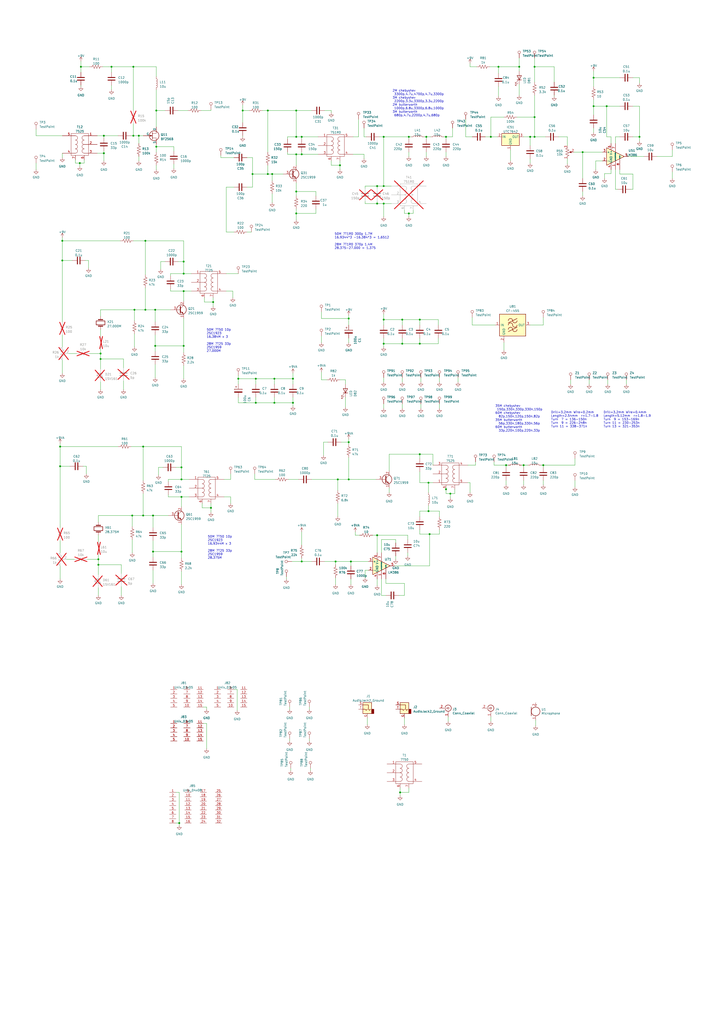
<source format=kicad_sch>
(kicad_sch (version 20230121) (generator eeschema)
  (paper "A2" portrait)
  (title_block (title "50MHz AM TRX breadboard") (date "2024-05-06") (company "JK1MLY"))
  (junction (at 159.385 219.71))
  (junction (at 289.56 38.735))
  (junction (at 259.08 283.845))
  (junction (at 158.115 100.965))
  (junction (at 84.455 179.705))
  (junction (at 285.115 79.375))
  (junction (at 58.42 208.28))
  (junction (at 105.41 271.145))
  (junction (at 159.385 233.68))
  (junction (at 194.945 325.755))
  (junction (at 172.085 123.825))
  (junction (at 90.17 200.66))
  (junction (at 203.835 325.755))
  (junction (at 88.9 320.04))
  (junction (at 122.555 294.64))
  (junction (at 155.575 100.965))
  (junction (at 106.68 151.765))
  (junction (at 77.47 38.735))
  (junction (at 222.885 185.42))
  (junction (at 146.685 100.965))
  (junction (at 138.43 219.71))
  (junction (at 232.41 459.74))
  (junction (at 219.075 310.515))
  (junction (at 338.455 88.265))
  (junction (at 222.885 107.95))
  (junction (at 352.425 61.595))
  (junction (at 80.645 78.74))
  (junction (at 170.18 219.71))
  (junction (at 219.075 118.11))
  (junction (at 294.005 269.875))
  (junction (at 261.62 286.385))
  (junction (at 140.97 64.135))
  (junction (at 170.18 233.68))
  (junction (at 248.92 280.035))
  (junction (at 57.15 324.485))
  (junction (at 64.77 38.735))
  (junction (at 237.49 79.375))
  (junction (at 106.68 158.75))
  (junction (at 202.565 256.54))
  (junction (at 83.185 259.08))
  (junction (at 78.105 179.705))
  (junction (at 60.325 88.9))
  (junction (at 104.14 477.52))
  (junction (at 106.68 168.91))
  (junction (at 34.925 270.51))
  (junction (at 371.475 79.375))
  (junction (at 310.515 67.945))
  (junction (at 237.49 123.825))
  (junction (at 197.485 95.885))
  (junction (at 148.59 219.71))
  (junction (at 243.84 185.42))
  (junction (at 243.84 199.39))
  (junction (at 36.195 151.13))
  (junction (at 76.835 299.085))
  (junction (at 84.455 139.7))
  (junction (at 304.165 269.875))
  (junction (at 301.625 38.735))
  (junction (at 155.575 64.135))
  (junction (at 77.47 78.74))
  (junction (at 310.515 79.375))
  (junction (at 344.805 61.595))
  (junction (at 172.085 64.135))
  (junction (at 175.26 89.535))
  (junction (at 243.84 263.525))
  (junction (at 315.595 269.875))
  (junction (at 105.41 320.04))
  (junction (at 90.805 85.09))
  (junction (at 172.085 79.375))
  (junction (at 106.68 200.66))
  (junction (at 219.075 107.95))
  (junction (at 172.085 111.125))
  (junction (at 90.805 64.135))
  (junction (at 34.925 259.08))
  (junction (at 247.65 79.375))
  (junction (at 148.59 233.68))
  (junction (at 60.325 78.74))
  (junction (at 58.42 205.105))
  (junction (at 123.825 175.26))
  (junction (at 222.885 79.375))
  (junction (at 233.68 185.42))
  (junction (at 307.975 79.375))
  (junction (at 175.26 325.755))
  (junction (at 249.555 309.88))
  (junction (at 196.215 278.13))
  (junction (at 88.9 299.085))
  (junction (at 233.68 199.39))
  (junction (at 105.41 278.13))
  (junction (at 222.885 199.39))
  (junction (at 202.565 278.13))
  (junction (at 90.17 179.705))
  (junction (at 310.515 38.735))
  (junction (at 172.085 89.535))
  (junction (at 202.565 184.785))
  (junction (at 175.26 79.375))
  (junction (at 83.185 299.085))
  (junction (at 259.08 79.375))
  (junction (at 46.99 38.735))
  (junction (at 344.805 45.085))
  (junction (at 36.195 139.7))
  (junction (at 46.355 94.615))
  (junction (at 57.15 327.66))
  (junction (at 222.885 118.11))
  (junction (at 105.41 288.29))
  (junction (at 248.92 296.545))
  (wire (pts (xy 249.555 328.295) (xy 249.555 309.88)))
  (wire (pts (xy 175.26 88.265) (xy 175.26 89.535)))
  (wire (pts (xy 50.8 324.485) (xy 57.15 324.485)))
  (wire (pts (xy 237.49 88.265) (xy 237.49 90.805)))
  (wire (pts (xy 46.99 38.735) (xy 52.07 38.735)))
  (wire (pts (xy 354.965 79.375) (xy 354.965 83.185)))
  (wire (pts (xy 160.02 278.13) (xy 147.955 278.13)))
  (wire (pts (xy 83.185 299.085) (xy 88.9 299.085)))
  (wire (pts (xy 234.95 338.455) (xy 234.95 345.44)))
  (wire (pts (xy 143.51 108.585) (xy 146.685 108.585)))
  (wire (pts (xy 102.235 459.74) (xy 104.14 459.74)))
  (wire (pts (xy 273.05 280.035) (xy 273.05 285.75)))
  (wire (pts (xy 360.045 98.425) (xy 360.045 100.965)))
  (wire (pts (xy 367.665 109.855) (xy 366.395 109.855)))
  (wire (pts (xy 234.95 121.92) (xy 234.95 123.825)))
  (wire (pts (xy 133.985 288.29) (xy 133.985 292.1)))
  (wire (pts (xy 294.005 269.875) (xy 295.275 269.875)))
  (wire (pts (xy 255.27 219.075) (xy 255.27 221.615)))
  (wire (pts (xy 120.015 419.735) (xy 120.015 434.34)))
  (wire (pts (xy 315.595 269.875) (xy 315.595 271.145)))
  (wire (pts (xy 170.18 233.68) (xy 170.18 235.585)))
  (wire (pts (xy 71.755 213.36) (xy 71.755 208.28)))
  (wire (pts (xy 237.49 79.375) (xy 238.76 79.375)))
  (wire (pts (xy 236.855 313.055) (xy 236.855 310.515)))
  (wire (pts (xy 248.92 280.035) (xy 248.92 285.75)))
  (wire (pts (xy 338.455 111.125) (xy 338.455 113.665)))
  (wire (pts (xy 224.155 335.915) (xy 224.155 338.455)))
  (wire (pts (xy 292.735 67.945) (xy 285.115 67.945)))
  (wire (pts (xy 159.385 230.505) (xy 159.385 233.68)))
  (wire (pts (xy 43.815 94.615) (xy 46.355 94.615)))
  (wire (pts (xy 310.515 79.375) (xy 316.865 79.375)))
  (wire (pts (xy 234.95 416.56) (xy 234.95 420.37)))
  (wire (pts (xy 131.445 108.585) (xy 131.445 134.62)))
  (wire (pts (xy 100.965 87.63) (xy 100.965 85.09)))
  (wire (pts (xy 229.87 322.58) (xy 229.87 324.485)))
  (wire (pts (xy 99.06 168.91) (xy 99.06 167.64)))
  (wire (pts (xy 240.03 123.825) (xy 237.49 123.825)))
  (wire (pts (xy 46.99 35.56) (xy 46.99 38.735)))
  (wire (pts (xy 188.595 325.755) (xy 194.945 325.755)))
  (wire (pts (xy 222.885 107.95) (xy 227.33 107.95)))
  (wire (pts (xy 50.165 270.51) (xy 50.165 274.955)))
  (wire (pts (xy 175.26 325.755) (xy 180.975 325.755)))
  (wire (pts (xy 128.27 91.44) (xy 128.27 90.17)))
  (wire (pts (xy 92.075 271.145) (xy 92.075 275.59)))
  (wire (pts (xy 222.885 199.39) (xy 222.885 201.295)))
  (wire (pts (xy 155.575 100.965) (xy 158.115 100.965)))
  (wire (pts (xy 243.84 280.035) (xy 248.92 280.035)))
  (wire (pts (xy 307.975 79.375) (xy 310.515 79.375)))
  (wire (pts (xy 294.005 269.875) (xy 294.005 271.145)))
  (wire (pts (xy 240.03 121.92) (xy 240.03 123.825)))
  (wire (pts (xy 203.835 325.755) (xy 194.945 325.755)))
  (wire (pts (xy 248.92 296.545) (xy 255.27 296.545)))
  (wire (pts (xy 247.65 79.375) (xy 247.65 80.645)))
  (wire (pts (xy 131.445 134.62) (xy 135.89 134.62)))
  (wire (pts (xy 255.27 234.315) (xy 255.27 236.855)))
  (wire (pts (xy 314.325 269.875) (xy 315.595 269.875)))
  (wire (pts (xy 180.975 278.13) (xy 196.215 278.13)))
  (wire (pts (xy 192.405 95.885) (xy 197.485 95.885)))
  (wire (pts (xy 281.94 79.375) (xy 285.115 79.375)))
  (wire (pts (xy 226.06 263.525) (xy 226.06 273.05)))
  (wire (pts (xy 244.475 219.075) (xy 244.475 221.615)))
  (wire (pts (xy 70.485 340.36) (xy 70.485 345.44)))
  (wire (pts (xy 90.805 85.09) (xy 90.805 88.265)))
  (wire (pts (xy 70.485 332.74) (xy 70.485 327.66)))
  (wire (pts (xy 100.965 95.25) (xy 100.965 97.79)))
  (wire (pts (xy 146.685 100.965) (xy 155.575 100.965)))
  (wire (pts (xy 360.045 45.085) (xy 344.805 45.085)))
  (wire (pts (xy 216.535 310.515) (xy 219.075 310.515)))
  (wire (pts (xy 196.215 278.13) (xy 196.215 284.48)))
  (wire (pts (xy 105.41 288.29) (xy 97.79 288.29)))
  (wire (pts (xy 58.42 221.615) (xy 58.42 226.06)))
  (wire (pts (xy 304.165 269.875) (xy 304.165 271.145)))
  (wire (pts (xy 353.06 220.345) (xy 353.06 222.885)))
  (wire (pts (xy 221.615 335.915) (xy 221.615 345.44)))
  (wire (pts (xy 168.275 428.625) (xy 168.275 429.895)))
  (wire (pts (xy 56.515 78.74) (xy 60.325 78.74)))
  (wire (pts (xy 76.2 259.08) (xy 83.185 259.08)))
  (wire (pts (xy 315.595 188.595) (xy 307.975 188.595)))
  (wire (pts (xy 105.41 278.13) (xy 97.79 278.13)))
  (wire (pts (xy 197.485 220.345) (xy 200.66 220.345)))
  (wire (pts (xy 36.195 88.9) (xy 36.195 91.44)))
  (wire (pts (xy 365.125 90.805) (xy 374.015 90.805)))
  (wire (pts (xy 128.27 91.44) (xy 135.89 91.44)))
  (wire (pts (xy 357.505 109.855) (xy 358.775 109.855)))
  (wire (pts (xy 137.795 400.05) (xy 137.795 412.115)))
  (wire (pts (xy 338.455 88.265) (xy 349.885 88.265)))
  (wire (pts (xy 36.195 137.795) (xy 36.195 139.7)))
  (wire (pts (xy 51.435 151.13) (xy 51.435 155.575)))
  (wire (pts (xy 118.11 419.735) (xy 120.015 419.735)))
  (wire (pts (xy 88.9 313.69) (xy 88.9 320.04)))
  (wire (pts (xy 90.805 64.135) (xy 90.805 73.66)))
  (wire (pts (xy 172.085 123.825) (xy 183.515 123.825)))
  (wire (pts (xy 103.505 151.765) (xy 106.68 151.765)))
  (wire (pts (xy 344.805 41.275) (xy 344.805 45.085)))
  (wire (pts (xy 76.2 78.74) (xy 77.47 78.74)))
  (wire (pts (xy 90.17 200.66) (xy 106.68 200.66)))
  (wire (pts (xy 70.485 327.66) (xy 57.15 327.66)))
  (wire (pts (xy 243.84 263.525) (xy 251.46 263.525)))
  (wire (pts (xy 203.835 328.295) (xy 203.835 325.755)))
  (wire (pts (xy 271.78 280.035) (xy 273.05 280.035)))
  (wire (pts (xy 371.475 79.375) (xy 371.475 81.915)))
  (wire (pts (xy 123.825 175.26) (xy 123.825 177.8)))
  (wire (pts (xy 301.625 38.735) (xy 301.625 41.275)))
  (wire (pts (xy 46.99 49.53) (xy 46.99 50.165)))
  (wire (pts (xy 64.77 49.53) (xy 64.77 52.07)))
  (wire (pts (xy 90.805 85.09) (xy 100.965 85.09)))
  (wire (pts (xy 232.41 459.74) (xy 232.41 461.645)))
  (wire (pts (xy 222.885 196.215) (xy 222.885 199.39)))
  (wire (pts (xy 106.68 168.91) (xy 99.06 168.91)))
  (wire (pts (xy 307.975 92.075) (xy 307.975 94.615)))
  (wire (pts (xy 80.645 78.74) (xy 80.645 83.185)))
  (wire (pts (xy 367.665 45.085) (xy 371.475 45.085)))
  (wire (pts (xy 105.41 259.08) (xy 105.41 271.145)))
  (wire (pts (xy 159.385 219.71) (xy 170.18 219.71)))
  (wire (pts (xy 105.41 271.145) (xy 105.41 278.13)))
  (wire (pts (xy 307.975 79.375) (xy 307.975 84.455)))
  (wire (pts (xy 247.65 88.265) (xy 247.65 90.805)))
  (wire (pts (xy 197.485 95.885) (xy 197.485 98.425)))
  (wire (pts (xy 233.68 234.315) (xy 233.68 236.855)))
  (wire (pts (xy 222.885 118.11) (xy 219.075 118.11)))
  (wire (pts (xy 220.345 79.375) (xy 222.885 79.375)))
  (wire (pts (xy 170.18 219.71) (xy 170.18 222.885)))
  (wire (pts (xy 243.84 309.88) (xy 249.555 309.88)))
  (wire (pts (xy 243.84 296.545) (xy 248.92 296.545)))
  (wire (pts (xy 344.805 57.785) (xy 344.805 61.595)))
  (wire (pts (xy 186.69 180.975) (xy 186.69 184.785)))
  (wire (pts (xy 118.11 410.21) (xy 120.015 410.21)))
  (wire (pts (xy 138.43 230.505) (xy 138.43 233.68)))
  (wire (pts (xy 338.455 88.265) (xy 338.455 103.505)))
  (wire (pts (xy 49.53 151.13) (xy 51.435 151.13)))
  (wire (pts (xy 237.49 457.2) (xy 237.49 459.74)))
  (wire (pts (xy 237.49 79.375) (xy 237.49 80.645)))
  (wire (pts (xy 344.805 61.595) (xy 344.805 66.675)))
  (wire (pts (xy 315.595 184.15) (xy 315.595 188.595)))
  (wire (pts (xy 106.68 139.7) (xy 106.68 151.765)))
  (wire (pts (xy 158.115 100.965) (xy 164.465 100.965)))
  (wire (pts (xy 229.235 328.295) (xy 249.555 328.295)))
  (wire (pts (xy 260.35 415.925) (xy 260.35 418.465)))
  (wire (pts (xy 243.84 296.545) (xy 243.84 299.72)))
  (wire (pts (xy 200.66 230.505) (xy 200.66 236.22)))
  (wire (pts (xy 202.565 196.215) (xy 202.565 198.755)))
  (wire (pts (xy 57.15 327.66) (xy 57.15 333.375)))
  (wire (pts (xy 117.475 294.64) (xy 122.555 294.64)))
  (wire (pts (xy 202.565 256.54) (xy 202.565 257.81)))
  (wire (pts (xy 233.68 199.39) (xy 243.84 199.39)))
  (wire (pts (xy 292.735 198.755) (xy 292.735 203.2)))
  (wire (pts (xy 294.005 278.765) (xy 294.005 281.305)))
  (wire (pts (xy 95.885 64.135) (xy 90.805 64.135)))
  (wire (pts (xy 221.615 313.055) (xy 221.615 320.675)))
  (wire (pts (xy 60.325 87.63) (xy 60.325 88.9)))
  (wire (pts (xy 304.165 278.765) (xy 304.165 281.305)))
  (wire (pts (xy 354.965 98.425) (xy 354.965 100.711)))
  (wire (pts (xy 243.84 199.39) (xy 254.635 199.39)))
  (wire (pts (xy 310.515 38.735) (xy 310.515 47.625)))
  (wire (pts (xy 390.525 99.695) (xy 390.525 103.505)))
  (wire (pts (xy 310.515 38.735) (xy 321.945 38.735)))
  (wire (pts (xy 76.835 299.085) (xy 76.835 305.435)))
  (wire (pts (xy 390.525 86.995) (xy 390.525 90.805)))
  (wire (pts (xy 237.49 123.825) (xy 234.95 123.825)))
  (wire (pts (xy 301.625 33.655) (xy 301.625 38.735)))
  (wire (pts (xy 106.68 151.765) (xy 106.68 158.75)))
  (wire (pts (xy 276.225 267.97) (xy 276.225 269.875)))
  (wire (pts (xy 167.64 278.13) (xy 173.355 278.13)))
  (wire (pts (xy 90.17 200.66) (xy 90.17 203.835)))
  (wire (pts (xy 105.41 320.04) (xy 105.41 323.85)))
  (wire (pts (xy 352.425 61.595) (xy 352.425 79.375)))
  (wire (pts (xy 270.51 79.375) (xy 274.32 79.375)))
  (wire (pts (xy 357.505 98.425) (xy 357.505 109.855)))
  (wire (pts (xy 140.97 64.135) (xy 140.97 71.12)))
  (wire (pts (xy 310.515 33.655) (xy 310.515 38.735)))
  (wire (pts (xy 233.68 188.595) (xy 233.68 185.42)))
  (wire (pts (xy 104.14 477.52) (xy 104.14 478.79)))
  (wire (pts (xy 234.95 345.44) (xy 231.775 345.44)))
  (wire (pts (xy 289.56 38.735) (xy 289.56 42.545)))
  (wire (pts (xy 192.405 64.135) (xy 192.405 65.405)))
  (wire (pts (xy 175.26 323.85) (xy 175.26 325.755)))
  (wire (pts (xy 287.02 269.875) (xy 294.005 269.875)))
  (wire (pts (xy 152.4 64.135) (xy 155.575 64.135)))
  (wire (pts (xy 219.075 116.84) (xy 219.075 118.11)))
  (wire (pts (xy 221.615 345.44) (xy 224.155 345.44)))
  (wire (pts (xy 243.84 185.42) (xy 243.84 188.595)))
  (wire (pts (xy 285.115 415.925) (xy 285.115 418.465)))
  (wire (pts (xy 109.855 278.13) (xy 105.41 278.13)))
  (wire (pts (xy 36.195 78.74) (xy 20.955 78.74)))
  (wire (pts (xy 205.105 79.375) (xy 208.28 79.375)))
  (wire (pts (xy 315.595 278.765) (xy 315.595 281.305)))
  (wire (pts (xy 57.15 321.945) (xy 57.15 324.485)))
  (wire (pts (xy 196.215 278.13) (xy 202.565 278.13)))
  (wire (pts (xy 34.925 270.51) (xy 34.925 259.08)))
  (wire (pts (xy 144.78 64.135) (xy 140.97 64.135)))
  (wire (pts (xy 143.51 91.44) (xy 146.685 91.44)))
  (wire (pts (xy 106.68 168.91) (xy 106.68 174.625)))
  (wire (pts (xy 367.665 79.375) (xy 371.475 79.375)))
  (wire (pts (xy 106.68 158.75) (xy 99.06 158.75)))
  (wire (pts (xy 264.16 286.385) (xy 264.16 283.845)))
  (wire (pts (xy 247.65 79.375) (xy 250.19 79.375)))
  (wire (pts (xy 285.115 67.945) (xy 285.115 79.375)))
  (wire (pts (xy 259.08 283.845) (xy 259.08 286.385)))
  (wire (pts (xy 183.515 111.125) (xy 172.085 111.125)))
  (wire (pts (xy 148.59 219.71) (xy 148.59 222.885)))
  (wire (pts (xy 172.085 123.825) (xy 172.085 127.635)))
  (wire (pts (xy 371.475 45.085) (xy 371.475 48.26)))
  (wire (pts (xy 77.47 71.755) (xy 77.47 78.74)))
  (wire (pts (xy 147.955 274.955) (xy 147.955 278.13)))
  (wire (pts (xy 270.51 69.215) (xy 270.51 79.375)))
  (wire (pts (xy 36.195 151.13) (xy 41.91 151.13)))
  (wire (pts (xy 36.195 139.7) (xy 69.85 139.7)))
  (wire (pts (xy 189.865 220.345) (xy 186.69 220.345)))
  (wire (pts (xy 331.47 220.345) (xy 331.47 222.885)))
  (wire (pts (xy 76.835 313.055) (xy 76.835 320.675)))
  (wire (pts (xy 34.925 259.08) (xy 68.58 259.08)))
  (wire (pts (xy 273.05 36.83) (xy 273.05 38.735)))
  (wire (pts (xy 222.885 185.42) (xy 222.885 188.595)))
  (wire (pts (xy 172.085 64.135) (xy 172.085 79.375)))
  (wire (pts (xy 104.14 459.74) (xy 104.14 477.52)))
  (wire (pts (xy 342.265 220.345) (xy 342.265 222.885)))
  (wire (pts (xy 57.15 340.995) (xy 57.15 345.44)))
  (wire (pts (xy 172.085 106.045) (xy 172.085 111.125)))
  (wire (pts (xy 172.085 121.285) (xy 172.085 123.825)))
  (wire (pts (xy 60.325 78.74) (xy 68.58 78.74)))
  (wire (pts (xy 237.49 459.74) (xy 232.41 459.74)))
  (wire (pts (xy 34.925 328.295) (xy 34.925 335.915)))
  (wire (pts (xy 148.59 230.505) (xy 148.59 233.68)))
  (wire (pts (xy 219.075 335.915) (xy 219.075 339.725)))
  (wire (pts (xy 233.68 219.075) (xy 233.68 221.615)))
  (wire (pts (xy 211.455 79.375) (xy 212.725 79.375)))
  (wire (pts (xy 222.885 234.315) (xy 222.885 236.855)))
  (wire (pts (xy 192.405 93.345) (xy 192.405 95.885)))
  (wire (pts (xy 131.445 158.75) (xy 138.43 158.75)))
  (wire (pts (xy 77.47 38.735) (xy 90.805 38.735)))
  (wire (pts (xy 212.09 118.11) (xy 212.09 116.84)))
  (wire (pts (xy 58.42 191.135) (xy 58.42 194.945)))
  (wire (pts (xy 257.81 79.375) (xy 259.08 79.375)))
  (wire (pts (xy 194.945 325.755) (xy 194.945 327.66)))
  (wire (pts (xy 60.325 78.74) (xy 60.325 80.01)))
  (wire (pts (xy 34.925 257.175) (xy 34.925 259.08)))
  (wire (pts (xy 58.42 202.565) (xy 58.42 205.105)))
  (wire (pts (xy 344.805 61.595) (xy 352.425 61.595)))
  (wire (pts (xy 271.78 269.875) (xy 276.225 269.875)))
  (wire (pts (xy 103.505 64.135) (xy 109.22 64.135)))
  (wire (pts (xy 202.565 265.43) (xy 202.565 278.13)))
  (wire (pts (xy 118.745 172.72) (xy 118.745 175.26)))
  (wire (pts (xy 166.37 334.645) (xy 166.37 335.915)))
  (wire (pts (xy 58.42 205.105) (xy 58.42 208.28)))
  (wire (pts (xy 168.275 410.21) (xy 168.275 411.48)))
  (wire (pts (xy 255.27 296.545) (xy 255.27 299.72)))
  (wire (pts (xy 251.46 269.875) (xy 251.46 263.525)))
  (wire (pts (xy 344.805 74.295) (xy 344.805 76.835)))
  (wire (pts (xy 246.38 79.375) (xy 247.65 79.375)))
  (wire (pts (xy 212.09 330.835) (xy 212.09 335.28)))
  (wire (pts (xy 222.885 79.375) (xy 222.885 107.95)))
  (wire (pts (xy 172.085 89.535) (xy 167.005 89.535)))
  (wire (pts (xy 88.9 320.04) (xy 88.9 323.215)))
  (wire (pts (xy 46.355 94.615) (xy 46.355 96.52)))
  (wire (pts (xy 237.49 123.825) (xy 237.49 125.73)))
  (wire (pts (xy 219.075 310.515) (xy 236.855 310.515)))
  (wire (pts (xy 248.92 280.035) (xy 251.46 280.035)))
  (wire (pts (xy 187.96 256.54) (xy 187.96 264.16)))
  (wire (pts (xy 122.555 292.1) (xy 122.555 294.64)))
  (wire (pts (xy 93.345 151.765) (xy 95.885 151.765)))
  (wire (pts (xy 83.185 259.08) (xy 105.41 259.08)))
  (wire (pts (xy 222.885 185.42) (xy 233.68 185.42)))
  (wire (pts (xy 213.36 416.56) (xy 213.36 420.37)))
  (wire (pts (xy 315.595 269.875) (xy 334.01 269.875)))
  (wire (pts (xy 203.835 325.755) (xy 213.995 325.755)))
  (wire (pts (xy 36.195 194.31) (xy 36.195 201.295)))
  (wire (pts (xy 34.925 306.07) (xy 34.925 270.51)))
  (wire (pts (xy 111.125 168.91) (xy 106.68 168.91)))
  (wire (pts (xy 287.02 267.97) (xy 287.02 269.875)))
  (wire (pts (xy 122.555 64.135) (xy 116.84 64.135)))
  (wire (pts (xy 346.075 93.345) (xy 349.885 93.345)))
  (wire (pts (xy 90.17 186.69) (xy 90.17 179.705)))
  (wire (pts (xy 34.925 270.51) (xy 40.64 270.51)))
  (wire (pts (xy 243.84 263.525) (xy 243.84 266.065)))
  (wire (pts (xy 211.455 74.295) (xy 211.455 79.375)))
  (wire (pts (xy 76.835 299.085) (xy 57.15 299.085)))
  (wire (pts (xy 64.77 38.735) (xy 77.47 38.735)))
  (wire (pts (xy 259.08 286.385) (xy 261.62 286.385)))
  (wire (pts (xy 77.47 38.735) (xy 77.47 64.135)))
  (wire (pts (xy 106.68 200.66) (xy 106.68 204.47)))
  (wire (pts (xy 38.735 324.485) (xy 43.18 324.485)))
  (wire (pts (xy 105.41 304.165) (xy 105.41 320.04)))
  (wire (pts (xy 57.15 324.485) (xy 57.15 327.66)))
  (wire (pts (xy 175.26 89.535) (xy 172.085 89.535)))
  (wire (pts (xy 304.165 269.875) (xy 306.705 269.875)))
  (wire (pts (xy 274.32 184.15) (xy 274.32 188.595)))
  (wire (pts (xy 208.28 69.215) (xy 208.28 79.375)))
  (wire (pts (xy 167.005 88.265) (xy 167.005 89.535)))
  (wire (pts (xy 259.08 282.575) (xy 259.08 283.845)))
  (wire (pts (xy 36.195 186.69) (xy 36.195 151.13)))
  (wire (pts (xy 259.08 79.375) (xy 259.08 80.645)))
  (wire (pts (xy 71.755 220.98) (xy 71.755 226.06)))
  (wire (pts (xy 233.68 185.42) (xy 243.84 185.42)))
  (wire (pts (xy 324.485 79.375) (xy 329.565 79.375)))
  (wire (pts (xy 90.805 95.885) (xy 90.805 98.425)))
  (wire (pts (xy 57.15 299.085) (xy 57.15 302.895)))
  (wire (pts (xy 97.79 278.13) (xy 97.79 279.4)))
  (wire (pts (xy 367.665 100.965) (xy 367.665 109.855)))
  (wire (pts (xy 92.075 271.145) (xy 94.615 271.145)))
  (wire (pts (xy 170.18 230.505) (xy 170.18 233.68)))
  (wire (pts (xy 371.475 61.595) (xy 371.475 79.375)))
  (wire (pts (xy 71.755 208.28) (xy 58.42 208.28)))
  (wire (pts (xy 222.885 182.245) (xy 222.885 185.42)))
  (wire (pts (xy 52.07 205.105) (xy 58.42 205.105)))
  (wire (pts (xy 222.885 79.375) (xy 237.49 79.375)))
  (wire (pts (xy 48.895 92.71) (xy 48.895 94.615)))
  (wire (pts (xy 111.125 158.75) (xy 106.68 158.75)))
  (wire (pts (xy 229.87 313.055) (xy 221.615 313.055)))
  (wire (pts (xy 77.47 78.74) (xy 80.645 78.74)))
  (wire (pts (xy 34.925 313.69) (xy 34.925 320.675)))
  (wire (pts (xy 255.27 309.88) (xy 255.27 307.34)))
  (wire (pts (xy 83.185 286.385) (xy 83.185 299.085)))
  (wire (pts (xy 106.68 184.785) (xy 106.68 200.66)))
  (wire (pts (xy 321.945 38.735) (xy 321.945 47.625)))
  (wire (pts (xy 46.99 38.735) (xy 46.99 41.91)))
  (wire (pts (xy 184.785 89.535) (xy 175.26 89.535)))
  (wire (pts (xy 78.105 179.705) (xy 78.105 186.055)))
  (wire (pts (xy 105.41 288.29) (xy 105.41 294.005)))
  (wire (pts (xy 213.995 330.835) (xy 212.09 330.835)))
  (wire (pts (xy 186.69 184.785) (xy 202.565 184.785)))
  (wire (pts (xy 155.575 64.135) (xy 155.575 88.265)))
  (wire (pts (xy 222.885 118.11) (xy 222.885 125.73)))
  (wire (pts (xy 169.545 325.755) (xy 175.26 325.755)))
  (wire (pts (xy 248.92 293.37) (xy 248.92 296.545)))
  (wire (pts (xy 205.105 89.535) (xy 211.455 89.535)))
  (wire (pts (xy 83.185 259.08) (xy 83.185 278.765)))
  (wire (pts (xy 334.01 266.065) (xy 334.01 269.875)))
  (wire (pts (xy 90.17 179.705) (xy 99.06 179.705)))
  (wire (pts (xy 133.985 274.955) (xy 133.985 278.13)))
  (wire (pts (xy 140.97 78.74) (xy 140.97 79.375)))
  (wire (pts (xy 254.635 196.215) (xy 254.635 199.39)))
  (wire (pts (xy 138.43 219.71) (xy 148.59 219.71)))
  (wire (pts (xy 236.855 320.675) (xy 236.855 322.58)))
  (wire (pts (xy 259.08 88.265) (xy 259.08 90.805)))
  (wire (pts (xy 212.09 107.95) (xy 219.075 107.95)))
  (wire (pts (xy 102.235 477.52) (xy 104.14 477.52)))
  (wire (pts (xy 102.235 271.145) (xy 105.41 271.145)))
  (wire (pts (xy 90.805 52.07) (xy 90.805 64.135)))
  (wire (pts (xy 259.08 79.375) (xy 262.89 79.375)))
  (wire (pts (xy 266.065 219.075) (xy 266.065 221.615)))
  (wire (pts (xy 304.165 79.375) (xy 307.975 79.375)))
  (wire (pts (xy 158.115 100.965) (xy 158.115 104.775)))
  (wire (pts (xy 203.835 335.915) (xy 203.835 339.09)))
  (wire (pts (xy 143.51 134.62) (xy 146.05 134.62)))
  (wire (pts (xy 180.34 445.77) (xy 180.34 447.04)))
  (wire (pts (xy 60.325 88.9) (xy 60.325 93.345)))
  (wire (pts (xy 140.97 64.135) (xy 140.97 60.96)))
  (wire (pts (xy 90.805 38.735) (xy 90.805 44.45)))
  (wire (pts (xy 226.06 263.525) (xy 243.84 263.525)))
  (wire (pts (xy 321.945 55.245) (xy 321.945 55.88)))
  (wire (pts (xy 301.625 48.895) (xy 301.625 55.245)))
  (wire (pts (xy 229.87 314.96) (xy 229.87 313.055)))
  (wire (pts (xy 202.565 184.785) (xy 202.565 188.595)))
  (wire (pts (xy 200.66 220.345) (xy 200.66 222.885)))
  (wire (pts (xy 276.86 38.735) (xy 273.05 38.735)))
  (wire (pts (xy 77.47 139.7) (xy 84.455 139.7)))
  (wire (pts (xy 224.155 338.455) (xy 234.95 338.455)))
  (wire (pts (xy 155.575 64.135) (xy 172.085 64.135)))
  (wire (pts (xy 138.43 217.805) (xy 138.43 219.71)))
  (wire (pts (xy 135.89 400.05) (xy 137.795 400.05)))
  (wire (pts (xy 363.855 220.345) (xy 363.855 222.885)))
  (wire (pts (xy 105.41 331.47) (xy 105.41 339.09)))
  (wire (pts (xy 390.525 90.805) (xy 381.635 90.805)))
  (wire (pts (xy 36.195 208.915) (xy 36.195 216.535)))
  (wire (pts (xy 329.565 92.075) (xy 329.565 95.123)))
  (wire (pts (xy 351.155 100.711) (xy 351.155 103.505)))
  (wire (pts (xy 211.455 89.535) (xy 211.455 92.075)))
  (wire (pts (xy 93.345 151.765) (xy 93.345 156.21)))
  (wire (pts (xy 167.005 79.375) (xy 167.005 80.645)))
  (wire (pts (xy 219.075 107.95) (xy 219.075 109.22)))
  (wire (pts (xy 333.375 88.265) (xy 338.455 88.265)))
  (wire (pts (xy 232.41 457.2) (xy 232.41 459.74)))
  (wire (pts (xy 123.825 172.72) (xy 123.825 175.26)))
  (wire (pts (xy 58.42 208.28) (xy 58.42 213.995)))
  (wire (pts (xy 206.375 310.515) (xy 208.915 310.515)))
  (wire (pts (xy 175.26 79.375) (xy 175.26 80.645)))
  (wire (pts (xy 352.425 61.595) (xy 360.045 61.595)))
  (wire (pts (xy 226.06 283.21) (xy 226.06 285.75)))
  (wire (pts (xy 117.475 292.1) (xy 117.475 294.64)))
  (wire (pts (xy 84.455 179.705) (xy 78.105 179.705)))
  (wire (pts (xy 146.685 108.585) (xy 146.685 100.965)))
  (wire (pts (xy 138.43 219.71) (xy 138.43 222.885)))
  (wire (pts (xy 130.175 288.29) (xy 133.985 288.29)))
  (wire (pts (xy 184.785 79.375) (xy 175.26 79.375)))
  (wire (pts (xy 311.15 417.83) (xy 311.15 421.005)))
  (wire (pts (xy 243.84 196.215) (xy 243.84 199.39)))
  (wire (pts (xy 329.565 79.375) (xy 329.565 84.455)))
  (wire (pts (xy 120.015 410.21) (xy 120.015 411.48)))
  (wire (pts (xy 146.685 91.44) (xy 146.685 100.965)))
  (wire (pts (xy 187.96 256.54) (xy 190.5 256.54)))
  (wire (pts (xy 58.42 179.705) (xy 58.42 183.515)))
  (wire (pts (xy 233.68 196.215) (xy 233.68 199.39)))
  (wire (pts (xy 179.705 428.625) (xy 179.705 429.895)))
  (wire (pts (xy 334.01 278.765) (xy 334.01 282.575)))
  (wire (pts (xy 219.075 310.515) (xy 219.075 320.675)))
  (wire (pts (xy 78.105 193.675) (xy 78.105 201.295)))
  (wire (pts (xy 222.885 219.075) (xy 222.885 221.615)))
  (wire (pts (xy 261.62 286.385) (xy 261.62 288.925)))
  (wire (pts (xy 196.215 292.1) (xy 196.215 299.72)))
  (wire (pts (xy 186.69 215.9) (xy 186.69 220.345)))
  (wire (pts (xy 60.325 88.9) (xy 56.515 88.9)))
  (wire (pts (xy 159.385 222.885) (xy 159.385 219.71)))
  (wire (pts (xy 346.075 93.345) (xy 346.075 98.425)))
  (wire (pts (xy 109.855 288.29) (xy 105.41 288.29)))
  (wire (pts (xy 48.26 270.51) (xy 50.165 270.51)))
  (wire (pts (xy 138.43 233.68) (xy 148.59 233.68)))
  (wire (pts (xy 122.555 294.64) (xy 122.555 297.18)))
  (wire (pts (xy 80.645 78.74) (xy 83.185 78.74)))
  (wire (pts (xy 357.505 79.375) (xy 357.505 83.185)))
  (wire (pts (xy 175.26 308.61) (xy 175.26 316.23)))
  (wire (pts (xy 183.515 121.285) (xy 183.515 123.825)))
  (wire (pts (xy 244.475 234.315) (xy 244.475 236.855)))
  (wire (pts (xy 84.455 139.7) (xy 84.455 159.385)))
  (wire (pts (xy 180.975 64.135) (xy 172.085 64.135)))
  (wire (pts (xy 84.455 167.005) (xy 84.455 179.705)))
  (wire (pts (xy 122.555 63.5) (xy 122.555 64.135)))
  (wire (pts (xy 354.965 100.711) (xy 351.155 100.711)))
  (wire (pts (xy 344.805 45.085) (xy 344.805 50.165)))
  (wire (pts (xy 57.15 310.515) (xy 57.15 314.325)))
  (wire (pts (xy 289.56 38.735) (xy 301.625 38.735)))
  (wire (pts (xy 175.26 79.375) (xy 172.085 79.375)))
  (wire (pts (xy 179.705 410.21) (xy 179.705 411.48)))
  (wire (pts (xy 202.565 254.635) (xy 202.565 256.54)))
  (wire (pts (xy 99.06 158.75) (xy 99.06 160.02)))
  (wire (pts (xy 131.445 168.91) (xy 135.255 168.91)))
  (wire (pts (xy 88.9 306.07) (xy 88.9 299.085)))
  (wire (pts (xy 64.77 38.735) (xy 64.77 41.91)))
  (wire (pts (xy 158.115 112.395) (xy 158.115 117.475)))
  (wire (pts (xy 212.09 118.11) (xy 219.075 118.11)))
  (wire (pts (xy 90.17 211.455) (xy 90.17 219.075)))
  (wire (pts (xy 97.79 288.29) (xy 97.79 287.02)))
  (wire (pts (xy 59.69 38.735) (xy 64.77 38.735)))
  (wire (pts (xy 78.105 179.705) (xy 58.42 179.705)))
  (wire (pts (xy 172.085 111.125) (xy 172.085 113.665)))
  (wire (pts (xy 88.9 320.04) (xy 105.41 320.04)))
  (wire (pts (xy 243.84 307.34) (xy 243.84 309.88)))
  (wire (pts (xy 197.485 93.345) (xy 197.485 95.885)))
  (wire (pts (xy 262.89 74.295) (xy 262.89 79.375)))
  (wire (pts (xy 222.885 118.11) (xy 227.33 118.11)))
  (wire (pts (xy 183.515 113.665) (xy 183.515 111.125)))
  (wire (pts (xy 118.745 175.26) (xy 123.825 175.26)))
  (wire (pts (xy 168.91 445.77) (xy 168.91 447.04)))
  (wire (pts (xy 172.085 79.375) (xy 167.005 79.375)))
  (wire (pts (xy 300.355 67.945) (xy 310.515 67.945)))
  (wire (pts (xy 206.375 308.61) (xy 206.375 310.515)))
  (wire (pts (xy 84.455 139.7) (xy 106.68 139.7)))
  (wire (pts (xy 274.32 188.595) (xy 287.655 188.595)))
  (wire (pts (xy 135.255 168.91) (xy 135.255 172.72)))
  (wire (pts (xy 188.595 64.135) (xy 192.405 64.135)))
  (wire (pts (xy 310.515 55.245) (xy 310.515 67.945)))
  (wire (pts (xy 219.075 107.95) (xy 222.885 107.95)))
  (wire (pts (xy 254.635 188.595) (xy 254.635 185.42)))
  (wire (pts (xy 170.18 216.535) (xy 170.18 219.71)))
  (wire (pts (xy 83.185 299.085) (xy 76.835 299.085)))
  (wire (pts (xy 222.885 199.39) (xy 233.68 199.39)))
  (wire (pts (xy 310.515 67.945) (xy 310.515 79.375)))
  (wire (pts (xy 302.895 269.875) (xy 304.165 269.875)))
  (wire (pts (xy 90.805 83.82) (xy 90.805 85.09)))
  (wire (pts (xy 249.555 309.88) (xy 255.27 309.88)))
  (wire (pts (xy 46.355 94.615) (xy 48.895 94.615)))
  (wire (pts (xy 159.385 233.68) (xy 170.18 233.68)))
  (wire (pts (xy 135.89 108.585) (xy 131.445 108.585)))
  (wire (pts (xy 20.955 94.615) (xy 20.955 98.425)))
  (wire (pts (xy 88.9 299.085) (xy 97.79 299.085)))
  (wire (pts (xy 367.665 61.595) (xy 371.475 61.595)))
  (wire (pts (xy 43.815 92.71) (xy 43.815 94.615)))
  (wire (pts (xy 80.645 90.805) (xy 80.645 93.345)))
  (wire (pts (xy 20.955 78.74) (xy 20.955 74.93)))
  (wire (pts (xy 202.565 278.13) (xy 218.44 278.13)))
  (wire (pts (xy 243.84 273.685) (xy 243.84 280.035)))
  (wire (pts (xy 360.045 100.965) (xy 367.665 100.965)))
  (wire (pts (xy 284.48 38.735) (xy 289.56 38.735)))
  (wire (pts (xy 172.085 89.535) (xy 172.085 95.885)))
  (wire (pts (xy 148.59 233.68) (xy 159.385 233.68)))
  (wire (pts (xy 289.56 50.165) (xy 289.56 55.88)))
  (wire (pts (xy 285.115 79.375) (xy 288.925 79.375)))
  (wire (pts (xy 254.635 185.42) (xy 243.84 185.42)))
  (wire (pts (xy 155.575 95.885) (xy 155.575 100.965)))
  (wire (pts (xy 84.455 179.705) (xy 90.17 179.705)))
  (wire (pts (xy 261.62 286.385) (xy 264.16 286.385)))
  (wire (pts (xy 212.09 107.95) (xy 212.09 109.22)))
  (wire (pts (xy 360.045 79.375) (xy 357.505 79.375)))
  (wire (pts (xy 133.985 278.13) (xy 130.175 278.13)))
  (wire (pts (xy 352.425 79.375) (xy 354.965 79.375)))
  (wire (pts (xy 40.005 205.105) (xy 44.45 205.105)))
  (wire (pts (xy 296.545 86.995) (xy 296.545 93.345)))
  (wire (pts (xy 186.69 194.945) (xy 186.69 198.755)))
  (wire (pts (xy 202.565 182.88) (xy 202.565 184.785)))
  (wire (pts (xy 90.17 194.31) (xy 90.17 200.66)))
  (wire (pts (xy 36.195 151.13) (xy 36.195 139.7)))
  (wire (pts (xy 198.12 256.54) (xy 202.565 256.54)))
  (wire (pts (xy 106.68 212.09) (xy 106.68 219.71)))
  (wire (pts (xy 88.9 330.835) (xy 88.9 338.455)))
  (wire (pts (xy 194.945 335.28) (xy 194.945 339.09)))
  (wire (pts (xy 148.59 219.71) (xy 159.385 219.71)))
  (text "50M 7T1R0 300p 1.7M\n16.9344*3 -16.384*3 = 1.6512\n\n28M 7T1R0 370p 1.4M\n28.375-27.000 = 1.375\n" (at 194.31 144.78 0) (effects (font (size 1.27 1.27)) (justify left bottom)))
  (text "Drill=3.2mm Wire=0.4mm\nLength=5.12mm  r=1.8-1.9\nTurn  9 = 153-169n\nTurn 11 = 230-253n\nTurn 13 = 321-353n\n" (at 350.52 248.285 0) (effects (font (size 1.27 1.27)) (justify left bottom)))
  (text "2M chebyshev\n 3300p,4.7u,4700p,4.7u,3300p\n3M chebyshev\n 2200p,3.3u,3300p,3.3u,2200p\n2M butterworth\n 1000p,6.8u,3300p,6.8u,1000p\n3M butterworth\n 680p,4.7u,2200p,4.7u,680p\n\n" (at 227.965 69.85 0) (effects (font (size 1.27 1.27)) (justify left bottom)))
  (text "Drill=3.2mm Wire=0.2mm\nLength=2.54mm  r=1.7-1.8\nTurn  7 = 136-150n\nTurn  9 = 226-248n\nTurn 11 = 338-371n\n" (at 320.04 248.285 0) (effects (font (size 1.27 1.27)) (justify left bottom)))
  (text "50M 7T50 10p\n2SC1923\n16.9344M x 3\n\n28M 7T25 33p\n2SC1959\n28.375M \n" (at 120.65 324.485 0) (effects (font (size 1.27 1.27)) (justify left bottom)))
  (text "35M chebyshev\n 150p,330n,330p,330n,150p\n60M chebyshev\n  82p,150n,120p,150n,82p\n35M butterworth\n  56p,330n,180p,330n,56p\n60M butterworth\n  33p,220n,100p,220n,33p\n\n" (at 287.655 252.73 0) (effects (font (size 1.27 1.27)) (justify left bottom)))
  (text "50M 7T50 10p\n2SC1923\n16.384M x 3\n\n28M 7T25 33p\n2SC1959\n27.000M \n" (at 120.015 204.47 0) (effects (font (size 1.27 1.27)) (justify left bottom)))
  (symbol (lib_id "usr_Library:Transformer_SP_1S") (at 120.015 283.21 0) (unit 1)
    (property "Reference" "T61" (at 120.015 273.685 0))
    (property "Value" "7T25" (at 120.015 276.225 0))
    (property "Footprint" "usr-Library:coil_7mm" (effects hide))
  )
  (symbol (lib_id "power:GND") (at 120.015 434.34 0) (unit 1)
    (property "Reference" "#PWR0113" (effects hide))
    (property "Value" "GND" (at 120.015 439.42 0))
  )
  (symbol (lib_id "Device:R_US") (at 55.88 38.735 90) (unit 1)
    (property "Reference" "R11" (at 55.88 34.29 90))
    (property "Value" "100" (at 55.88 36.83 90))
    (property "Footprint" "usr-Library:R_Axial_DIN0207_L6.3mm_D2.2mm_P2.54mm_Vertical" (effects hide))
  )
  (symbol (lib_id "Connector:TestPoint") (at 342.265 220.345 0) (unit 1)
    (property "Reference" "Z2" (at 344.17 216.408 0) (effects (justify left)))
    (property "Value" "TestPoint" (at 344.17 218.948 0) (effects (justify left)))
    (property "Footprint" "usr-Library:TestPoint_Drill3mm" (effects hide))
  )
  (symbol (lib_id "power:GND") (at 211.455 92.075 0) (unit 1)
    (property "Reference" "#PWR0123" (effects hide))
    (property "Value" "GND" (at 211.455 96.52 0))
  )
  (symbol (lib_id "Device:C") (at 363.855 79.375 90) (unit 1)
    (property "Reference" "C57" (at 363.855 73.025 90))
    (property "Value" "10u" (at 363.855 75.565 90))
    (property "Footprint" "usr-Library:C_Disc_P5.12mm" (effects hide))
  )
  (symbol (lib_id "Connector:TestPoint") (at 244.475 219.075 0) (unit 1)
    (property "Reference" "TP93" (at 246.38 215.138 0) (effects (justify left)))
    (property "Value" "TestPoint" (at 246.38 217.678 0) (effects (justify left)))
    (property "Footprint" "TestPoint:TestPoint_Loop_D2.50mm_Drill1.0mm" (effects hide))
  )
  (symbol (lib_id "Connector:TestPoint") (at 334.01 278.765 0) (unit 1)
    (property "Reference" "TP10" (at 336.55 274.828 0) (effects (justify left)))
    (property "Value" "TestPoint" (at 336.55 277.368 0) (effects (justify left)))
    (property "Footprint" "TestPoint:TestPoint_Loop_D2.50mm_Drill1.0mm" (effects hide))
  )
  (symbol (lib_id "Connector:TestPoint") (at 222.885 219.075 0) (unit 1)
    (property "Reference" "TP91" (at 224.79 215.138 0) (effects (justify left)))
    (property "Value" "TestPoint" (at 224.79 217.678 0) (effects (justify left)))
    (property "Footprint" "TestPoint:TestPoint_Loop_D2.50mm_Drill1.0mm" (effects hide))
  )
  (symbol (lib_id "Device:C") (at 70.485 336.55 0) (unit 1) (dnp yes)
    (property "Reference" "C67" (at 74.295 335.915 0) (effects (justify left)))
    (property "Value" "5p" (at 74.295 338.455 0) (effects (justify left)))
    (property "Footprint" "usr-Library:C_Disc_P2.54mm" (effects hide))
  )
  (symbol (lib_id "Device:R_US") (at 48.26 205.105 90) (unit 1) (dnp yes)
    (property "Reference" "R27" (at 48.26 200.025 90))
    (property "Value" "10k" (at 48.26 202.565 90))
    (property "Footprint" "usr-Library:R_Axial_DIN0207_L6.3mm_D2.2mm_P2.54mm_Vertical" (effects hide))
  )
  (symbol (lib_id "Amplifier_Audio:LM386") (at 221.615 328.295 0) (unit 1)
    (property "Reference" "U71" (at 225.425 324.485 0))
    (property "Value" "LM386" (at 228.6 332.105 0))
    (property "Footprint" "Package_DIP:DIP-8_W7.62mm_Socket" (effects hide))
  )
  (symbol (lib_id "Device:L") (at 248.92 289.56 0) (unit 1)
    (property "Reference" "L71" (at 250.825 288.925 0) (effects (justify left)))
    (property "Value" "10u" (at 250.825 291.465 0) (effects (justify left)))
    (property "Footprint" "usr-Library:R_Axial_DIN0207_L6.3mm_D2.2mm_P2.54mm_Vertical" (effects hide))
  )
  (symbol (lib_id "Device:C") (at 90.17 207.645 0) (unit 1)
    (property "Reference" "C25" (at 93.98 207.01 0) (effects (justify left)))
    (property "Value" "33p" (at 93.98 209.55 0) (effects (justify left)))
    (property "Footprint" "usr-Library:C_Disc_P2.54mm" (effects hide))
  )
  (symbol (lib_id "Device:R_US") (at 212.725 310.515 90) (unit 1)
    (property "Reference" "R74" (at 212.725 306.07 90))
    (property "Value" "10" (at 212.725 308.61 90))
    (property "Footprint" "usr-Library:R_Axial_DIN0207_L6.3mm_D2.2mm_P2.54mm_Vertical" (effects hide))
  )
  (symbol (lib_id "Connector:TestPoint") (at 353.06 220.345 0) (unit 1)
    (property "Reference" "Z3" (at 355.6 216.408 0) (effects (justify left)))
    (property "Value" "TestPoint" (at 355.6 218.948 0) (effects (justify left)))
    (property "Footprint" "usr-Library:TestPoint_Drill3mm" (effects hide))
  )
  (symbol (lib_id "Connector:TestPoint") (at 138.43 158.75 0) (unit 1)
    (property "Reference" "TP23" (at 140.335 154.813 0) (effects (justify left)))
    (property "Value" "TestPoint" (at 140.335 157.353 0) (effects (justify left)))
    (property "Footprint" "TestPoint:TestPoint_Loop_D2.50mm_Drill1.0mm" (effects hide))
  )
  (symbol (lib_id "power:GND") (at 285.115 418.465 0) (unit 1)
    (property "Reference" "#PWR0172" (effects hide))
    (property "Value" "GND" (at 285.115 423.545 0))
  )
  (symbol (lib_id "power:GND") (at 342.265 222.885 0) (unit 1)
    (property "Reference" "#PWR0100" (effects hide))
    (property "Value" "GND" (at 342.265 227.33 0))
  )
  (symbol (lib_id "power:GND") (at 123.825 177.8 0) (unit 1)
    (property "Reference" "#PWR0146" (effects hide))
    (property "Value" "GND" (at 123.825 182.245 0))
  )
  (symbol (lib_id "Device:R_US") (at 80.645 86.995 0) (unit 1)
    (property "Reference" "R13" (at 82.55 86.36 0) (effects (justify left)))
    (property "Value" "100k" (at 82.55 88.9 0) (effects (justify left)))
    (property "Footprint" "usr-Library:R_Axial_DIN0207_L6.3mm_D2.2mm_P2.54mm_Vertical" (effects hide))
  )
  (symbol (lib_id "usr_Library:univ_04x08") (at 107.315 464.82 0) (unit 1)
    (property "Reference" "J85" (at 111.76 455.93 0))
    (property "Value" "Univ_04x08" (at 111.76 458.47 0))
    (property "Footprint" "usr-Library:univ_04x08" (effects hide))
  )
  (symbol (lib_id "Device:L") (at 58.42 198.755 0) (unit 1) (dnp yes)
    (property "Reference" "L21" (at 59.69 198.12 0) (effects (justify left)))
    (property "Value" "10u" (at 59.69 200.66 0) (effects (justify left)))
    (property "Footprint" "usr-Library:R_Axial_DIN0207_L6.3mm_D2.2mm_P2.54mm_Vertical" (effects hide))
  )
  (symbol (lib_id "Device:C") (at 203.835 332.105 0) (unit 1)
    (property "Reference" "C77" (at 207.01 331.47 0) (effects (justify left)))
    (property "Value" "1000p" (at 207.01 334.01 0) (effects (justify left)))
    (property "Footprint" "usr-Library:C_Disc_P2.54mm" (effects hide))
  )
  (symbol (lib_id "power:GND") (at 234.95 420.37 0) (unit 1)
    (property "Reference" "#PWR0171" (effects hide))
    (property "Value" "GND" (at 234.95 425.45 0))
  )
  (symbol (lib_id "power:GND") (at 363.855 222.885 0) (unit 1)
    (property "Reference" "#PWR0154" (effects hide))
    (property "Value" "GND" (at 363.855 227.33 0))
  )
  (symbol (lib_id "power:GND") (at 255.27 236.855 0) (unit 1)
    (property "Reference" "#PWR098" (effects hide))
    (property "Value" "GND" (at 255.27 241.3 0))
  )
  (symbol (lib_id "usr_Library:UTC7642") (at 296.545 79.375 0) (unit 1)
    (property "Reference" "IC51" (at 296.545 73.787 0))
    (property "Value" "UTC7642" (at 296.545 76.327 0))
    (property "Footprint" "Package_TO_SOT_THT:TO-92_Inline_Wide" (effects hide))
  )
  (symbol (lib_id "power:GND") (at 172.085 127.635 0) (unit 1)
    (property "Reference" "#PWR0141" (effects hide))
    (property "Value" "GND" (at 172.085 132.08 0))
  )
  (symbol (lib_id "Device:C") (at 338.455 107.315 180) (unit 1)
    (property "Reference" "C60" (at 341.757 106.68 0) (effects (justify right)))
    (property "Value" "0.1u" (at 341.757 109.22 0) (effects (justify right)))
    (property "Footprint" "usr-Library:C_Disc_P2.54mm" (effects hide))
  )
  (symbol (lib_id "Device:R_US") (at 83.185 282.575 0) (unit 1)
    (property "Reference" "R63" (at 85.09 281.94 0) (effects (justify left)))
    (property "Value" "47k" (at 85.09 284.48 0) (effects (justify left)))
    (property "Footprint" "usr-Library:R_Axial_DIN0207_L6.3mm_D2.2mm_P2.54mm_Vertical" (effects hide))
  )
  (symbol (lib_id "Connector:TestPoint") (at 211.455 74.295 0) (unit 1)
    (property "Reference" "TP34" (at 213.36 70.358 0) (effects (justify left)))
    (property "Value" "TestPoint" (at 213.36 72.898 0) (effects (justify left)))
    (property "Footprint" "TestPoint:TestPoint_Loop_D2.50mm_Drill1.0mm" (effects hide))
  )
  (symbol (lib_id "power:+9VA") (at 175.26 308.61 0) (unit 1)
    (property "Reference" "#PWR081" (effects hide))
    (property "Value" "+9VA" (at 175.26 304.8 0))
  )
  (symbol (lib_id "Device:R_US") (at 90.805 92.075 0) (mirror x) (unit 1)
    (property "Reference" "R14" (at 92.71 92.71 0) (effects (justify left)))
    (property "Value" "100" (at 92.71 90.17 0) (effects (justify left)))
    (property "Footprint" "usr-Library:R_Axial_DIN0207_L6.3mm_D2.2mm_P2.54mm_Vertical" (effects hide))
  )
  (symbol (lib_id "Connector:TestPoint") (at 133.985 274.955 0) (unit 1)
    (property "Reference" "TP63" (at 135.89 271.018 0) (effects (justify left)))
    (property "Value" "TestPoint" (at 135.89 273.558 0) (effects (justify left)))
    (property "Footprint" "TestPoint:TestPoint_Loop_D2.50mm_Drill1.0mm" (effects hide))
  )
  (symbol (lib_id "Connector:TestPoint") (at 233.68 234.315 0) (unit 1)
    (property "Reference" "TP97" (at 236.22 230.378 0) (effects (justify left)))
    (property "Value" "TestPoint" (at 236.22 232.918 0) (effects (justify left)))
    (property "Footprint" "TestPoint:TestPoint_Loop_D2.50mm_Drill1.0mm" (effects hide))
  )
  (symbol (lib_id "Connector:TestPoint") (at 138.43 217.805 0) (unit 1)
    (property "Reference" "TP11" (at 140.335 213.868 0) (effects (justify left)))
    (property "Value" "TestPoint" (at 140.335 216.408 0) (effects (justify left)))
    (property "Footprint" "TestPoint:TestPoint_Loop_D2.50mm_Drill1.0mm" (effects hide))
  )
  (symbol (lib_id "power:GND") (at 105.41 339.09 0) (unit 1)
    (property "Reference" "#PWR049" (effects hide))
    (property "Value" "GND" (at 105.41 343.535 0))
  )
  (symbol (lib_id "Device:C") (at 237.49 84.455 0) (mirror y) (unit 1)
    (property "Reference" "C42" (at 233.68 83.82 0) (effects (justify left)))
    (property "Value" "220p" (at 233.68 86.36 0) (effects (justify left)))
    (property "Footprint" "usr-Library:C_Disc_P2.54mm" (effects hide))
  )
  (symbol (lib_id "Device:R_US") (at 255.27 303.53 0) (unit 1)
    (property "Reference" "R73" (at 257.81 302.895 0) (effects (justify left)))
    (property "Value" "220" (at 257.81 305.435 0) (effects (justify left)))
    (property "Footprint" "usr-Library:R_Axial_DIN0207_L6.3mm_D2.2mm_P2.54mm_Vertical" (effects hide))
  )
  (symbol (lib_id "Device:C") (at 183.515 117.475 0) (unit 1)
    (property "Reference" "C37" (at 189.865 116.205 0) (effects (justify right)))
    (property "Value" "1u" (at 189.865 118.745 0) (effects (justify right)))
    (property "Footprint" "usr-Library:C_Disc_P2.54mm" (effects hide))
  )
  (symbol (lib_id "power:+9V") (at 202.565 182.88 0) (unit 1)
    (property "Reference" "#PWR0101" (effects hide))
    (property "Value" "+9V" (at 202.565 179.705 0))
  )
  (symbol (lib_id "Device:R_US") (at 105.41 327.66 180) (unit 1)
    (property "Reference" "R68" (at 107.315 327.025 0) (effects (justify right)))
    (property "Value" "2.2k" (at 107.315 329.565 0) (effects (justify right)))
    (property "Footprint" "usr-Library:R_Axial_DIN0207_L6.3mm_D2.2mm_P2.54mm_Vertical" (effects hide))
  )
  (symbol (lib_id "Connector:TestPoint") (at 255.27 234.315 0) (unit 1)
    (property "Reference" "TP99" (at 257.81 230.378 0) (effects (justify left)))
    (property "Value" "TestPoint" (at 257.81 232.918 0) (effects (justify left)))
    (property "Footprint" "TestPoint:TestPoint_Loop_D2.50mm_Drill1.0mm" (effects hide))
  )
  (symbol (lib_id "Device:R_Potentiometer_Trim_US") (at 34.925 324.485 0) (unit 1) (dnp yes)
    (property "Reference" "R66" (at 33.02 323.85 0) (effects (justify right)))
    (property "Value" "1k" (at 33.02 326.39 0) (effects (justify right)))
    (property "Footprint" "usr-Library:Potentiometer_1" (effects hide))
  )
  (symbol (lib_id "power:GND") (at 46.99 50.165 0) (unit 1)
    (property "Reference" "#PWR0108" (effects hide))
    (property "Value" "GND" (at 46.99 55.245 0))
  )
  (symbol (lib_id "power:GND") (at 46.355 96.52 0) (unit 1)
    (property "Reference" "#PWR0129" (effects hide))
    (property "Value" "GND" (at 46.355 101.6 0))
  )
  (symbol (lib_id "Device:C") (at 243.84 192.405 0) (unit 1)
    (property "Reference" "C4" (at 250.19 191.135 0) (effects (justify right)))
    (property "Value" "0.1u" (at 250.19 193.675 0) (effects (justify right)))
    (property "Footprint" "usr-Library:C_Disc_P2.54mm" (effects hide))
  )
  (symbol (lib_id "Device:C") (at 278.13 79.375 90) (unit 1)
    (property "Reference" "C55" (at 278.13 73.025 90))
    (property "Value" "0.1u" (at 278.13 75.565 90))
    (property "Footprint" "usr-Library:C_Disc_P2.54mm" (effects hide))
  )
  (symbol (lib_id "power:GND") (at 346.075 98.425 0) (unit 1)
    (property "Reference" "#PWR0134" (effects hide))
    (property "Value" "GND" (at 346.075 102.87 0))
  )
  (symbol (lib_id "power:GND") (at 311.15 421.005 0) (unit 1)
    (property "Reference" "#PWR0170" (effects hide))
    (property "Value" "GND" (at 311.15 426.085 0))
  )
  (symbol (lib_id "Transistor_BJT:2SC1815") (at 169.545 100.965 0) (unit 1)
    (property "Reference" "Q31" (at 174.625 100.33 0) (effects (justify left)))
    (property "Value" "2SC1959" (at 174.625 102.87 0) (effects (justify left)))
    (property "Footprint" "Package_TO_SOT_THT:TO-92_Inline_Wide" (effects hide))
  )
  (symbol (lib_id "Device:C") (at 212.09 113.03 0) (unit 1) (dnp yes)
    (property "Reference" "C45" (at 208.28 112.395 0) (effects (justify right)))
    (property "Value" "150p" (at 208.915 114.935 0) (effects (justify right)))
    (property "Footprint" "usr-Library:C_Disc_P2.54mm" (effects hide))
  )
  (symbol (lib_id "Connector:TestPoint") (at 222.885 234.315 0) (unit 1)
    (property "Reference" "TP96" (at 224.79 230.378 0) (effects (justify left)))
    (property "Value" "TestPoint" (at 224.79 232.918 0) (effects (justify left)))
    (property "Footprint" "TestPoint:TestPoint_Loop_D2.50mm_Drill1.0mm" (effects hide))
  )
  (symbol (lib_id "Device:C") (at 148.59 226.695 0) (unit 1)
    (property "Reference" "C7" (at 154.94 225.425 0) (effects (justify right)))
    (property "Value" "0.1u" (at 154.94 227.965 0) (effects (justify right)))
    (property "Footprint" "usr-Library:C_Disc_P2.54mm" (effects hide))
  )
  (symbol (lib_id "Connector:TestPoint") (at 363.855 220.345 0) (unit 1)
    (property "Reference" "Z4" (at 365.76 216.408 0) (effects (justify left)))
    (property "Value" "TestPoint" (at 365.76 218.948 0) (effects (justify left)))
    (property "Footprint" "usr-Library:TestPoint_Drill3mm" (effects hide))
  )
  (symbol (lib_id "Device:L") (at 299.085 269.875 90) (unit 1)
    (property "Reference" "L81" (at 299.085 266.065 90))
    (property "Value" "15u" (at 299.085 268.605 90))
    (property "Footprint" "usr-Library:R_Axial_DIN0207_L6.3mm_D2.2mm_P2.54mm_Vertical" (effects hide))
  )
  (symbol (lib_id "Device:L") (at 57.15 318.135 0) (unit 1) (dnp yes)
    (property "Reference" "L61" (at 58.42 317.5 0) (effects (justify left)))
    (property "Value" "10u" (at 58.42 320.04 0) (effects (justify left)))
    (property "Footprint" "usr-Library:R_Axial_DIN0207_L6.3mm_D2.2mm_P2.54mm_Vertical" (effects hide))
  )
  (symbol (lib_id "Device:C") (at 254.635 192.405 0) (unit 1)
    (property "Reference" "C5" (at 260.985 191.135 0) (effects (justify right)))
    (property "Value" "0.1u" (at 260.985 193.675 0) (effects (justify right)))
    (property "Footprint" "usr-Library:C_Disc_P2.54mm" (effects hide))
  )
  (symbol (lib_id "Device:C") (at 219.075 113.03 0) (mirror y) (unit 1) (dnp yes)
    (property "Reference" "C46" (at 226.06 112.395 0) (effects (justify left)))
    (property "Value" "150p" (at 226.695 114.935 0) (effects (justify left)))
    (property "Footprint" "usr-Library:C_Disc_P2.54mm" (effects hide))
  )
  (symbol (lib_id "power:GND") (at 90.805 98.425 0) (unit 1)
    (property "Reference" "#PWR0132" (effects hide))
    (property "Value" "GND" (at 90.805 103.505 0))
  )
  (symbol (lib_id "Device:C") (at 44.45 270.51 90) (unit 1)
    (property "Reference" "C62" (at 44.45 264.795 90))
    (property "Value" "0.1u" (at 44.45 267.335 90))
    (property "Footprint" "usr-Library:C_Disc_P2.54mm" (effects hide))
  )
  (symbol (lib_id "power:GND") (at 168.275 429.895 0) (unit 1)
    (property "Reference" "#PWR0156" (effects hide))
    (property "Value" "GND" (at 168.275 434.975 0))
  )
  (symbol (lib_id "Connector:TestPoint") (at 168.275 410.21 0) (mirror y) (unit 1)
    (property "Reference" "TP81" (at 163.195 406.908 90))
    (property "Value" "TestPoint" (at 165.735 405.13 90))
    (property "Footprint" "TestPoint:TestPoint_Loop_D2.50mm_Drill1.0mm" (effects hide))
  )
  (symbol (lib_id "usr_Library:univ_03x05") (at 107.315 405.13 0) (unit 1)
    (property "Reference" "J81" (at 106.68 396.24 0))
    (property "Value" "Univ_03x05" (at 106.68 398.78 0))
    (property "Footprint" "usr-Library:univ_03x05" (effects hide))
  )
  (symbol (lib_id "Device:LED") (at 301.625 45.085 270) (mirror x) (unit 1)
    (property "Reference" "D81" (at 307.34 46.6725 0))
    (property "Value" "LED" (at 304.8 46.6725 0))
    (property "Footprint" "LED_THT:LED_D3.0mm" (effects hide))
  )
  (symbol (lib_id "Device:R_US") (at 310.515 51.435 0) (unit 1)
    (property "Reference" "R52" (at 313.055 50.8 0) (effects (justify left)))
    (property "Value" "3.3k" (at 313.055 53.34 0) (effects (justify left)))
    (property "Footprint" "usr-Library:R_Axial_DIN0207_L6.3mm_D2.2mm_P2.54mm_Vertical" (effects hide))
  )
  (symbol (lib_id "Device:C") (at 236.855 316.865 0) (mirror y) (unit 1)
    (property "Reference" "C74" (at 240.03 316.611 0) (effects (justify right)))
    (property "Value" "10u" (at 240.03 314.071 0) (effects (justify right)))
    (property "Footprint" "usr-Library:C_Disc_P5.12mm" (effects hide))
  )
  (symbol (lib_id "Device:C") (at 247.65 84.455 0) (unit 1)
    (property "Reference" "C43" (at 251.46 83.82 0) (effects (justify left)))
    (property "Value" "220p" (at 251.46 86.36 0) (effects (justify left)))
    (property "Footprint" "usr-Library:C_Disc_P2.54mm" (effects hide))
  )
  (symbol (lib_id "power:GND") (at 179.705 429.895 0) (unit 1)
    (property "Reference" "#PWR0159" (effects hide))
    (property "Value" "GND" (at 179.705 434.975 0))
  )
  (symbol (lib_id "power:GND") (at 78.105 201.295 0) (unit 1)
    (property "Reference" "#PWR0147" (effects hide))
    (property "Value" "GND" (at 78.105 205.74 0))
  )
  (symbol (lib_id "power:GND") (at 100.965 97.79 0) (unit 1)
    (property "Reference" "#PWR0130" (effects hide))
    (property "Value" "GND" (at 100.965 102.87 0))
  )
  (symbol (lib_id "power:GND") (at 212.09 335.28 0) (unit 1)
    (property "Reference" "#PWR071" (effects hide))
    (property "Value" "GND" (at 212.09 340.36 0))
  )
  (symbol (lib_id "power:GND") (at 237.49 125.73 0) (mirror y) (unit 1)
    (property "Reference" "#PWR0140" (effects hide))
    (property "Value" "GND" (at 237.49 130.81 0))
  )
  (symbol (lib_id "Device:R_US") (at 106.68 208.28 180) (unit 1)
    (property "Reference" "R28" (at 108.585 207.645 0) (effects (justify right)))
    (property "Value" "2.2k" (at 108.585 210.185 0) (effects (justify right)))
    (property "Footprint" "usr-Library:R_Axial_DIN0207_L6.3mm_D2.2mm_P2.54mm_Vertical" (effects hide))
  )
  (symbol (lib_id "power:GND") (at 229.87 324.485 0) (unit 1)
    (property "Reference" "#PWR069" (effects hide))
    (property "Value" "GND" (at 229.87 329.565 0))
  )
  (symbol (lib_id "power:GND") (at 292.735 203.2 0) (unit 1)
    (property "Reference" "#PWR087" (effects hide))
    (property "Value" "GND" (at 292.735 207.645 0))
  )
  (symbol (lib_id "Connector_Audio:AudioJack2_Ground") (at 213.36 411.48 0) (mirror y) (unit 1)
    (property "Reference" "J1" (at 213.995 403.86 0))
    (property "Value" "AudioJack2_Ground" (at 213.995 406.4 0))
    (property "Footprint" "Connector_Audio:Jack_3.5mm_CUI_SJ1-3525N_Horizontal" (effects hide))
    (property "Datasheet" "C-12478" (effects hide))
  )
  (symbol (lib_id "Device:C") (at 222.885 192.405 0) (unit 1)
    (property "Reference" "C2" (at 229.235 191.135 0) (effects (justify right)))
    (property "Value" "0.1u" (at 229.235 193.675 0) (effects (justify right)))
    (property "Footprint" "usr-Library:C_Disc_P2.54mm" (effects hide))
  )
  (symbol (lib_id "Connector:TestPoint") (at 180.34 445.77 0) (mirror y) (unit 1)
    (property "Reference" "TP88" (at 175.26 442.468 90))
    (property "Value" "TestPoint" (at 177.8 440.69 90))
    (property "Footprint" "TestPoint:TestPoint_Loop_D2.50mm_Drill1.0mm" (effects hide))
  )
  (symbol (lib_id "power:GND") (at 168.91 447.04 0) (unit 1)
    (property "Reference" "#PWR0157" (effects hide))
    (property "Value" "GND" (at 168.91 452.12 0))
  )
  (symbol (lib_id "power:GND") (at 140.97 79.375 0) (unit 1)
    (property "Reference" "#PWR0117" (effects hide))
    (property "Value" "GND" (at 140.97 84.455 0))
  )
  (symbol (lib_id "Device:C") (at 64.77 45.72 0) (unit 1)
    (property "Reference" "C12" (at 68.58 45.085 0) (effects (justify left)))
    (property "Value" "1000p" (at 68.58 47.625 0) (effects (justify left)))
    (property "Footprint" "usr-Library:C_Disc_P2.54mm" (effects hide))
  )
  (symbol (lib_id "Connector:TestPoint") (at 233.68 219.075 0) (unit 1)
    (property "Reference" "TP92" (at 235.585 215.138 0) (effects (justify left)))
    (property "Value" "TestPoint" (at 235.585 217.678 0) (effects (justify left)))
    (property "Footprint" "TestPoint:TestPoint_Loop_D2.50mm_Drill1.0mm" (effects hide))
  )
  (symbol (lib_id "power:GND") (at 390.525 103.505 0) (unit 1)
    (property "Reference" "#PWR0136" (effects hide))
    (property "Value" "GND" (at 390.525 107.95 0))
  )
  (symbol (lib_id "power:GND") (at 301.625 55.245 0) (unit 1)
    (property "Reference" "#PWR0110" (effects hide))
    (property "Value" "GND" (at 301.625 59.69 0))
  )
  (symbol (lib_id "Device:R_US") (at 139.7 134.62 90) (unit 1)
    (property "Reference" "R22" (at 139.7 129.54 90))
    (property "Value" "100" (at 139.7 132.08 90))
    (property "Footprint" "usr-Library:R_Axial_DIN0207_L6.3mm_D2.2mm_P2.54mm_Vertical" (effects hide))
  )
  (symbol (lib_id "usr_Library:univ_03x05") (at 132.715 405.13 0) (unit 1)
    (property "Reference" "J82" (at 132.08 396.24 0))
    (property "Value" "Univ_03x05" (at 132.08 398.78 0))
    (property "Footprint" "usr-Library:univ_03x05" (effects hide))
  )
  (symbol (lib_id "power:GND") (at 71.755 226.06 0) (unit 1)
    (property "Reference" "#PWR0152" (effects hide))
    (property "Value" "GND" (at 71.755 230.505 0))
  )
  (symbol (lib_id "Device:Microphone") (at 311.15 412.75 0) (unit 1)
    (property "Reference" "U1" (at 314.452 411.5816 0) (effects (justify left)))
    (property "Value" "Microphone" (at 314.452 413.893 0) (effects (justify left)))
    (property "Footprint" "digikey-footprints:Mic_CMA-4544PF-W" (effects hide))
    (property "Datasheet" "P-01810" (effects hide))
  )
  (symbol (lib_id "power:GND") (at 57.15 345.44 0) (unit 1)
    (property "Reference" "#PWR050" (effects hide))
    (property "Value" "GND" (at 57.15 349.885 0))
  )
  (symbol (lib_id "power:GND") (at 36.195 216.535 0) (unit 1)
    (property "Reference" "#PWR0148" (effects hide))
    (property "Value" "GND" (at 36.195 220.98 0))
  )
  (symbol (lib_id "usr_Library:Transformer_SP_1S") (at 194.945 84.455 0) (unit 1)
    (property "Reference" "T31" (at 194.945 74.295 0))
    (property "Value" "7S1R0" (at 194.945 76.835 0))
    (property "Footprint" "usr-Library:coil_7mm" (effects hide))
  )
  (symbol (lib_id "Device:C") (at 243.84 269.875 0) (unit 1)
    (property "Reference" "C72" (at 247.015 269.24 0) (effects (justify left)))
    (property "Value" "33p" (at 247.015 271.78 0) (effects (justify left)))
    (property "Footprint" "usr-Library:C_Disc_P2.54mm" (effects hide))
  )
  (symbol (lib_id "power:GND") (at 334.01 282.575 0) (unit 1)
    (property "Reference" "#PWR085" (effects hide))
    (property "Value" "GND" (at 334.01 287.02 0))
  )
  (symbol (lib_id "Connector:TestPoint") (at 334.01 266.065 0) (unit 1)
    (property "Reference" "TP9" (at 336.55 262.128 0) (effects (justify left)))
    (property "Value" "TestPoint" (at 336.55 264.668 0) (effects (justify left)))
    (property "Footprint" "TestPoint:TestPoint_Loop_D2.50mm_Drill1.0mm" (effects hide))
  )
  (symbol (lib_id "power:GND") (at 50.165 274.955 0) (unit 1)
    (property "Reference" "#PWR042" (effects hide))
    (property "Value" "GND" (at 50.165 279.4 0))
  )
  (symbol (lib_id "power:GND") (at 266.065 221.615 0) (unit 1)
    (property "Reference" "#PWR094" (effects hide))
    (property "Value" "GND" (at 266.065 226.06 0))
  )
  (symbol (lib_id "Device:C") (at 99.695 151.765 90) (unit 1)
    (property "Reference" "C22" (at 99.695 145.415 90))
    (property "Value" "1000p" (at 99.695 147.955 90))
    (property "Footprint" "usr-Library:C_Disc_P2.54mm" (effects hide))
  )
  (symbol (lib_id "power:GND") (at 192.405 65.405 0) (unit 1)
    (property "Reference" "#PWR0114" (effects hide))
    (property "Value" "GND" (at 192.405 69.85 0))
  )
  (symbol (lib_id "Connector:TestPoint") (at 390.525 99.695 0) (unit 1)
    (property "Reference" "TP6" (at 392.43 95.758 0) (effects (justify left)))
    (property "Value" "TestPoint" (at 392.43 98.298 0) (effects (justify left)))
    (property "Footprint" "TestPoint:TestPoint_Loop_D2.50mm_Drill1.0mm" (effects hide))
  )
  (symbol (lib_id "Connector:TestPoint") (at 276.225 267.97 0) (unit 1)
    (property "Reference" "TP73" (at 278.13 264.033 0) (effects (justify left)))
    (property "Value" "TestPoint" (at 278.13 266.573 0) (effects (justify left)))
    (property "Footprint" "TestPoint:TestPoint_Loop_D2.50mm_Drill1.0mm" (effects hide))
  )
  (symbol (lib_id "Connector_Audio:AudioJack2_Ground") (at 234.95 411.48 0) (mirror y) (unit 1)
    (property "Reference" "J2" (at 240.03 410.21 0) (effects (justify right)))
    (property "Value" "AudioJack2_Ground" (at 240.03 412.75 0) (effects (justify right)))
    (property "Footprint" "Connector_Audio:Jack_3.5mm_CUI_SJ1-3525N_Horizontal" (effects hide))
    (property "Datasheet" "C-12478" (effects hide))
  )
  (symbol (lib_id "power:GND") (at 232.41 461.645 0) (unit 1)
    (property "Reference" "#PWR0173" (effects hide))
    (property "Value" "GND" (at 232.41 466.725 0))
  )
  (symbol (lib_id "power:GND") (at 170.18 235.585 0) (unit 1)
    (property "Reference" "#PWR0165" (effects hide))
    (property "Value" "GND" (at 170.18 240.03 0))
  )
  (symbol (lib_id "power:GND") (at 196.215 299.72 0) (unit 1)
    (property "Reference" "#PWR080" (effects hide))
    (property "Value" "GND" (at 196.215 304.165 0))
  )
  (symbol (lib_id "Device:C") (at 304.165 274.955 0) (unit 1)
    (property "Reference" "C82" (at 307.975 274.32 0) (effects (justify left)))
    (property "Value" "220p" (at 307.975 276.86 0) (effects (justify left)))
    (property "Footprint" "usr-Library:C_Disc_P2.54mm" (effects hide))
  )
  (symbol (lib_id "Connector:TestPoint") (at 128.27 90.17 0) (unit 1)
    (property "Reference" "TP14" (at 130.81 86.233 0) (effects (justify left)))
    (property "Value" "TestPoint" (at 130.81 88.773 0) (effects (justify left)))
    (property "Footprint" "TestPoint:TestPoint_Loop_D2.50mm_Drill1.0mm" (effects hide))
  )
  (symbol (lib_id "power:GND") (at 307.975 94.615 0) (unit 1)
    (property "Reference" "#PWR0127" (effects hide))
    (property "Value" "GND" (at 307.975 99.06 0))
  )
  (symbol (lib_id "power:+9V") (at 273.05 36.83 0) (unit 1)
    (property "Reference" "#PWR0103" (effects hide))
    (property "Value" "+9V" (at 273.05 33.655 0))
  )
  (symbol (lib_id "power:GND") (at 135.255 172.72 0) (unit 1)
    (property "Reference" "#PWR0145" (effects hide))
    (property "Value" "GND" (at 135.255 177.165 0))
  )
  (symbol (lib_id "Device:C") (at 377.825 90.805 90) (unit 1)
    (property "Reference" "C59" (at 377.825 84.455 90))
    (property "Value" "10u" (at 377.825 86.995 90))
    (property "Footprint" "usr-Library:C_Disc_P5.12mm" (effects hide))
  )
  (symbol (lib_id "power:GND") (at 187.96 264.16 0) (unit 1)
    (property "Reference" "#PWR079" (effects hide))
    (property "Value" "GND" (at 187.96 268.605 0))
  )
  (symbol (lib_id "power:GND") (at 36.195 91.44 0) (unit 1)
    (property "Reference" "#PWR0122" (effects hide))
    (property "Value" "GND" (at 36.195 96.52 0))
  )
  (symbol (lib_id "power:+9VA") (at 170.18 216.535 0) (unit 1)
    (property "Reference" "#PWR0164" (effects hide))
    (property "Value" "+9VA" (at 170.18 212.725 0))
  )
  (symbol (lib_id "Connector:TestPoint") (at 301.625 33.655 0) (unit 1)
    (property "Reference" "TP53" (at 303.53 29.718 0) (effects (justify left)))
    (property "Value" "TestPoint" (at 303.53 32.258 0) (effects (justify left)))
    (property "Footprint" "TestPoint:TestPoint_Loop_D2.50mm_Drill1.0mm" (effects hide))
  )
  (symbol (lib_id "Device:C") (at 167.005 84.455 0) (mirror y) (unit 1)
    (property "Reference" "C33" (at 163.195 83.82 0) (effects (justify left)))
    (property "Value" "150p" (at 163.83 86.36 0) (effects (justify left)))
    (property "Footprint" "usr-Library:C_Disc_P2.54mm" (effects hide))
  )
  (symbol (lib_id "Connector:TestPoint") (at 169.545 325.755 90) (unit 1)
    (property "Reference" "TP7" (at 166.243 320.675 90))
    (property "Value" "TestPoint" (at 164.465 323.215 90))
    (property "Footprint" "TestPoint:TestPoint_Loop_D2.50mm_Drill1.0mm" (effects hide))
  )
  (symbol (lib_id "power:GND") (at 338.455 113.665 0) (unit 1)
    (property "Reference" "#PWR0137" (effects hide))
    (property "Value" "GND" (at 338.455 118.11 0))
  )
  (symbol (lib_id "power:GND") (at 213.36 420.37 0) (unit 1)
    (property "Reference" "#PWR0168" (effects hide))
    (property "Value" "GND" (at 213.36 425.45 0))
  )
  (symbol (lib_id "Device:C") (at 100.965 91.44 0) (unit 1)
    (property "Reference" "C16" (at 104.775 90.805 0) (effects (justify left)))
    (property "Value" "1000p" (at 104.775 93.345 0) (effects (justify left)))
    (property "Footprint" "usr-Library:C_Disc_P2.54mm" (effects hide))
  )
  (symbol (lib_id "power:GND") (at 244.475 236.855 0) (unit 1)
    (property "Reference" "#PWR097" (effects hide))
    (property "Value" "GND" (at 244.475 241.3 0))
  )
  (symbol (lib_id "Device:R_US") (at 46.99 324.485 90) (unit 1) (dnp yes)
    (property "Reference" "R67" (at 46.99 319.405 90))
    (property "Value" "10k" (at 46.99 321.945 90))
    (property "Footprint" "usr-Library:R_Axial_DIN0207_L6.3mm_D2.2mm_P2.54mm_Vertical" (effects hide))
  )
  (symbol (lib_id "Device:R_US") (at 36.195 190.5 0) (unit 1) (dnp yes)
    (property "Reference" "R25" (at 38.1 189.865 0) (effects (justify left)))
    (property "Value" "100" (at 38.1 192.405 0) (effects (justify left)))
    (property "Footprint" "usr-Library:R_Axial_DIN0207_L6.3mm_D2.2mm_P2.54mm_Vertical" (effects hide))
  )
  (symbol (lib_id "power:GND") (at 371.475 81.915 0) (unit 1)
    (property "Reference" "#PWR0118" (effects hide))
    (property "Value" "GND" (at 371.475 86.36 0))
  )
  (symbol (lib_id "Device:C") (at 184.785 325.755 90) (unit 1)
    (property "Reference" "C76" (at 184.785 319.405 90))
    (property "Value" "0.1u" (at 184.785 321.945 90))
    (property "Footprint" "usr-Library:C_Disc_P2.54mm" (effects hide))
  )
  (symbol (lib_id "power:+9V") (at 344.805 41.275 0) (unit 1)
    (property "Reference" "#PWR0104" (effects hide))
    (property "Value" "+9V" (at 344.805 38.1 0))
  )
  (symbol (lib_id "power:GND") (at 222.885 201.295 0) (unit 1)
    (property "Reference" "#PWR088" (effects hide))
    (property "Value" "GND" (at 222.885 205.74 0))
  )
  (symbol (lib_id "Device:R_Potentiometer_Trim_US") (at 36.195 205.105 0) (unit 1) (dnp yes)
    (property "Reference" "R26" (at 34.29 204.47 0) (effects (justify right)))
    (property "Value" "1k" (at 34.29 207.01 0) (effects (justify right)))
    (property "Footprint" "usr-Library:Potentiometer_1" (effects hide))
  )
  (symbol (lib_id "Device:C") (at 294.005 274.955 0) (mirror y) (unit 1)
    (property "Reference" "C81" (at 290.195 274.32 0) (effects (justify left)))
    (property "Value" "220p" (at 290.195 276.86 0) (effects (justify left)))
    (property "Footprint" "usr-Library:C_Disc_P2.54mm" (effects hide))
  )
  (symbol (lib_id "power:+9V") (at 222.885 182.245 0) (unit 1)
    (property "Reference" "#PWR089" (effects hide))
    (property "Value" "+9V" (at 222.885 179.07 0))
  )
  (symbol (lib_id "Device:C") (at 159.385 226.695 0) (unit 1)
    (property "Reference" "C8" (at 165.735 225.425 0) (effects (justify right)))
    (property "Value" "0.1u" (at 165.735 227.965 0) (effects (justify right)))
    (property "Footprint" "usr-Library:C_Disc_P2.54mm" (effects hide))
  )
  (symbol (lib_id "power:GND") (at 329.565 95.123 0) (unit 1)
    (property "Reference" "#PWR0128" (effects hide))
    (property "Value" "GND" (at 329.565 99.568 0))
  )
  (symbol (lib_id "Device:C") (at 46.99 45.72 0) (mirror y) (unit 1)
    (property "Reference" "C11" (at 40.64 44.45 0) (effects (justify right)))
    (property "Value" "0.1u" (at 40.64 46.99 0) (effects (justify right)))
    (property "Footprint" "usr-Library:C_Disc_P2.54mm" (effects hide))
  )
  (symbol (lib_id "power:GND") (at 104.14 478.79 0) (unit 1)
    (property "Reference" "#PWR0175" (effects hide))
    (property "Value" "GND" (at 104.14 483.87 0))
  )
  (symbol (lib_id "Device:R_US") (at 76.835 309.245 180) (unit 1)
    (property "Reference" "R64" (at 78.74 308.61 0) (effects (justify right)))
    (property "Value" "47k" (at 78.74 311.15 0) (effects (justify right)))
    (property "Footprint" "usr-Library:R_Axial_DIN0207_L6.3mm_D2.2mm_P2.54mm_Vertical" (effects hide))
  )
  (symbol (lib_id "Connector:TestPoint") (at 255.27 219.075 0) (unit 1)
    (property "Reference" "TP94" (at 257.81 215.138 0) (effects (justify left)))
    (property "Value" "TestPoint" (at 257.81 217.678 0) (effects (justify left)))
    (property "Footprint" "TestPoint:TestPoint_Loop_D2.50mm_Drill1.0mm" (effects hide))
  )
  (symbol (lib_id "power:GND") (at 194.945 339.09 0) (unit 1)
    (property "Reference" "#PWR073" (effects hide))
    (property "Value" "GND" (at 194.945 344.17 0))
  )
  (symbol (lib_id "Device:C") (at 140.97 74.93 0) (mirror y) (unit 1)
    (property "Reference" "C32" (at 134.62 73.66 0) (effects (justify right)))
    (property "Value" "0.1u" (at 134.62 76.2 0) (effects (justify right)))
    (property "Footprint" "usr-Library:C_Disc_P2.54mm" (effects hide))
  )
  (symbol (lib_id "power:GND") (at 137.795 412.115 0) (unit 1)
    (property "Reference" "#PWR0174" (effects hide))
    (property "Value" "GND" (at 137.795 417.195 0))
  )
  (symbol (lib_id "Connector:TestPoint") (at 390.525 86.995 0) (unit 1)
    (property "Reference" "TP5" (at 392.43 83.058 0) (effects (justify left)))
    (property "Value" "TestPoint" (at 392.43 85.598 0) (effects (justify left)))
    (property "Footprint" "TestPoint:TestPoint_Loop_D2.50mm_Drill1.0mm" (effects hide))
  )
  (symbol (lib_id "Transistor_BJT:2SC1815") (at 104.14 179.705 0) (unit 1)
    (property "Reference" "Q21" (at 109.22 179.07 0) (effects (justify left)))
    (property "Value" "2SC1959" (at 109.22 181.61 0) (effects (justify left)))
    (property "Footprint" "Package_TO_SOT_THT:TO-92_Inline_Wide" (effects hide))
  )
  (symbol (lib_id "Connector:TestPoint") (at 262.89 74.295 0) (unit 1)
    (property "Reference" "TP43" (at 265.43 70.358 0) (effects (justify left)))
    (property "Value" "TestPoint" (at 265.43 72.898 0) (effects (justify left)))
    (property "Footprint" "TestPoint:TestPoint_Loop_D2.50mm_Drill1.0mm" (effects hide))
  )
  (symbol (lib_name "Transformer_SP_1S_2") (lib_id "Usr_Library:Transformer_SP_1S") (at 261.62 274.955 0) (unit 1)
    (property "Reference" "T71" (at 261.62 264.795 0))
    (property "Value" "7S25" (at 261.62 267.335 0))
    (property "Footprint" "usr-Library:coil_7mm" (effects hide))
  )
  (symbol (lib_id "power:+9VA") (at 206.375 308.61 0) (unit 1)
    (property "Reference" "#PWR0163" (effects hide))
    (property "Value" "+9VA" (at 206.375 304.8 0))
  )
  (symbol (lib_id "power:GND") (at 202.565 198.755 0) (unit 1)
    (property "Reference" "#PWR0107" (effects hide))
    (property "Value" "GND" (at 202.565 203.2 0))
  )
  (symbol (lib_id "Connector:TestPoint") (at 146.05 134.62 0) (unit 1)
    (property "Reference" "TP24" (at 147.955 130.683 0) (effects (justify left)))
    (property "Value" "TestPoint" (at 147.955 133.223 0) (effects (justify left)))
    (property "Footprint" "TestPoint:TestPoint_Loop_D2.50mm_Drill1.0mm" (effects hide))
  )
  (symbol (lib_id "Connector:TestPoint") (at 122.555 63.5 0) (unit 1)
    (property "Reference" "TP13" (at 124.46 59.563 0) (effects (justify left)))
    (property "Value" "TestPoint" (at 124.46 62.103 0) (effects (justify left)))
    (property "Footprint" "TestPoint:TestPoint_Loop_D2.50mm_Drill1.0mm" (effects hide))
  )
  (symbol (lib_id "Connector:TestPoint") (at 179.705 410.21 0) (mirror y) (unit 1)
    (property "Reference" "TP86" (at 174.625 406.908 90))
    (property "Value" "TestPoint" (at 177.165 405.13 90))
    (property "Footprint" "TestPoint:TestPoint_Loop_D2.50mm_Drill1.0mm" (effects hide))
  )
  (symbol (lib_id "power:GND") (at 106.68 219.71 0) (unit 1)
    (property "Reference" "#PWR0150" (effects hide))
    (property "Value" "GND" (at 106.68 224.155 0))
  )
  (symbol (lib_id "Device:C") (at 60.325 83.82 0) (unit 1)
    (property "Reference" "C15" (at 64.135 83.185 0) (effects (justify left)))
    (property "Value" "33p" (at 64.135 85.725 0) (effects (justify left)))
    (property "Footprint" "usr-Library:C_Disc_P2.54mm" (effects hide))
  )
  (symbol (lib_id "Connector:TestPoint") (at 186.69 180.975 0) (unit 1)
    (property "Reference" "TP1" (at 188.595 177.038 0) (effects (justify left)))
    (property "Value" "TestPoint" (at 188.595 179.578 0) (effects (justify left)))
    (property "Footprint" "TestPoint:TestPoint_Loop_D2.50mm_Drill1.0mm" (effects hide))
  )
  (symbol (lib_id "Device:Crystal") (at 58.42 187.325 90) (unit 1)
    (property "Reference" "X21" (at 62.23 186.69 90) (effects (justify right)))
    (property "Value" "27.000M" (at 62.23 189.23 90) (effects (justify right)))
    (property "Footprint" "Crystal:Crystal_HC49-U_Vertical" (effects hide))
  )
  (symbol (lib_id "Device:C") (at 363.855 45.085 90) (unit 1)
    (property "Reference" "C51" (at 363.855 38.735 90))
    (property "Value" "0.1u" (at 363.855 41.275 90))
    (property "Footprint" "usr-Library:C_Disc_P2.54mm" (effects hide))
  )
  (symbol (lib_id "power:GND") (at 351.155 103.505 0) (unit 1)
    (property "Reference" "#PWR0135" (effects hide))
    (property "Value" "GND" (at 351.155 107.95 0))
  )
  (symbol (lib_id "Device:R_US") (at 78.105 189.865 180) (unit 1)
    (property "Reference" "R24" (at 80.01 189.23 0) (effects (justify right)))
    (property "Value" "47k" (at 80.01 191.77 0) (effects (justify right)))
    (property "Footprint" "usr-Library:R_Axial_DIN0207_L6.3mm_D2.2mm_P2.54mm_Vertical" (effects hide))
  )
  (symbol (lib_id "Device:LED") (at 200.66 226.695 270) (mirror x) (unit 1)
    (property "Reference" "D82" (at 206.375 228.2825 0))
    (property "Value" "LED" (at 203.835 228.2825 0))
    (property "Footprint" "LED_THT:LED_D3.0mm" (effects hide))
  )
  (symbol (lib_id "power:GND") (at 90.17 219.075 0) (unit 1)
    (property "Reference" "#PWR0149" (effects hide))
    (property "Value" "GND" (at 90.17 223.52 0))
  )
  (symbol (lib_id "power:GND") (at 20.955 98.425 0) (unit 1)
    (property "Reference" "#PWR0131" (effects hide))
    (property "Value" "GND" (at 20.955 102.87 0))
  )
  (symbol (lib_id "Device:C") (at 184.785 64.135 90) (mirror x) (unit 1)
    (property "Reference" "C31" (at 184.785 70.485 90))
    (property "Value" "1000p" (at 184.785 67.945 90))
    (property "Footprint" "usr-Library:C_Disc_P2.54mm" (effects hide))
  )
  (symbol (lib_id "Device:C") (at 363.855 61.595 90) (unit 1)
    (property "Reference" "C53" (at 363.855 55.245 90))
    (property "Value" "0.1u" (at 363.855 57.785 90))
    (property "Footprint" "usr-Library:C_Disc_P2.54mm" (effects hide))
  )
  (symbol (lib_id "Device:R_US") (at 175.26 320.04 0) (mirror y) (unit 1)
    (property "Reference" "R75" (at 172.72 319.405 0) (effects (justify left)))
    (property "Value" "22k" (at 172.72 321.945 0) (effects (justify left)))
    (property "Footprint" "usr-Library:R_Axial_DIN0207_L6.3mm_D2.2mm_P2.54mm_Vertical" (effects hide))
  )
  (symbol (lib_id "Device:R_US") (at 158.115 108.585 180) (unit 1)
    (property "Reference" "R33" (at 160.02 107.95 0) (effects (justify right)))
    (property "Value" "10k" (at 160.02 110.49 0) (effects (justify right)))
    (property "Footprint" "usr-Library:R_Axial_DIN0207_L6.3mm_D2.2mm_P2.54mm_Vertical" (effects hide))
  )
  (symbol (lib_id "Device:C") (at 99.695 64.135 270) (unit 1)
    (property "Reference" "C13" (at 100.33 60.325 0) (effects (justify right)))
    (property "Value" "15p" (at 97.79 60.325 0) (effects (justify right)))
    (property "Footprint" "usr-Library:C_Disc_P2.54mm" (effects hide))
  )
  (symbol (lib_id "power:GND") (at 371.475 48.26 0) (unit 1)
    (property "Reference" "#PWR0105" (effects hide))
    (property "Value" "GND" (at 371.475 52.705 0))
  )
  (symbol (lib_id "Amplifier_Audio:LM386") (at 357.505 90.805 0) (unit 1)
    (property "Reference" "U51" (at 367.03 87.3761 0))
    (property "Value" "LM386" (at 367.03 89.9161 0))
    (property "Footprint" "Package_DIP:DIP-8_W7.62mm_Socket" (effects hide))
  )
  (symbol (lib_name "Transformer_SP_1S_1") (lib_id "Usr_Library:Transformer_SP_1S") (at 237.49 113.03 0) (unit 1) (dnp yes)
    (property "Reference" "T41" (at 237.49 102.87 0))
    (property "Value" "7S1R0" (at 237.49 105.41 0))
    (property "Footprint" "usr-Library:coil_7mm" (effects hide))
  )
  (symbol (lib_id "Device:R_US") (at 163.83 278.13 90) (unit 1)
    (property "Reference" "R62" (at 163.83 273.05 90))
    (property "Value" "100" (at 163.83 275.59 90))
    (property "Footprint" "usr-Library:R_Axial_DIN0207_L6.3mm_D2.2mm_P2.54mm_Vertical" (effects hide))
  )
  (symbol (lib_id "Device:C") (at 177.165 278.13 90) (unit 1)
    (property "Reference" "C80" (at 177.165 271.78 90))
    (property "Value" "1000p" (at 177.165 274.32 90))
    (property "Footprint" "usr-Library:C_Disc_P2.54mm" (effects hide))
  )
  (symbol (lib_id "Device:C") (at 72.39 78.74 90) (mirror x) (unit 1)
    (property "Reference" "C14" (at 72.39 85.09 90))
    (property "Value" "1000p" (at 72.39 82.55 90))
    (property "Footprint" "usr-Library:C_Disc_P2.54mm" (effects hide))
  )
  (symbol (lib_id "Device:C") (at 170.18 226.695 0) (unit 1)
    (property "Reference" "C9" (at 176.53 225.425 0) (effects (justify right)))
    (property "Value" "0.1u" (at 176.53 227.965 0) (effects (justify right)))
    (property "Footprint" "usr-Library:C_Disc_P2.54mm" (effects hide))
  )
  (symbol (lib_id "Device:C_Polarized") (at 138.43 226.695 0) (unit 1)
    (property "Reference" "C6" (at 144.78 231.648 90))
    (property "Value" "100u" (at 142.24 231.648 90))
    (property "Footprint" "usr-Library:CP_Radial_D7.5mm_P2.54mm_dot" (effects hide))
  )
  (symbol (lib_id "Device:R_US") (at 113.03 64.135 90) (unit 1)
    (property "Reference" "R12" (at 113.03 59.69 90))
    (property "Value" "100" (at 113.03 62.23 90))
    (property "Footprint" "usr-Library:R_Axial_DIN0207_L6.3mm_D2.2mm_P2.54mm_Vertical" (effects hide))
  )
  (symbol (lib_id "power:GND") (at 76.835 320.675 0) (unit 1)
    (property "Reference" "#PWR046" (effects hide))
    (property "Value" "GND" (at 76.835 325.12 0))
  )
  (symbol (lib_id "power:+9V") (at 46.99 35.56 0) (unit 1)
    (property "Reference" "#PWR0102" (effects hide))
    (property "Value" "+9V" (at 46.99 32.385 0))
  )
  (symbol (lib_id "power:GND") (at 186.69 198.755 0) (unit 1)
    (property "Reference" "#PWR0106" (effects hide))
    (property "Value" "GND" (at 186.69 203.2 0))
  )
  (symbol (lib_id "Device:C") (at 216.535 79.375 90) (mirror x) (unit 1)
    (property "Reference" "C41" (at 216.535 85.725 90))
    (property "Value" "1000p" (at 216.535 83.185 90))
    (property "Footprint" "usr-Library:C_Disc_P2.54mm" (effects hide))
  )
  (symbol (lib_id "Connector:TestPoint") (at 266.065 219.075 0) (unit 1)
    (property "Reference" "TP95" (at 267.97 215.138 0) (effects (justify left)))
    (property "Value" "TestPoint" (at 267.97 217.678 0) (effects (justify left)))
    (property "Footprint" "TestPoint:TestPoint_Loop_D2.50mm_Drill1.0mm" (effects hide))
  )
  (symbol (lib_id "power:GND") (at 51.435 155.575 0) (unit 1)
    (property "Reference" "#PWR0143" (effects hide))
    (property "Value" "GND" (at 51.435 160.02 0))
  )
  (symbol (lib_id "Device:D_Capacitance") (at 57.15 337.185 270) (unit 1) (dnp yes)
    (property "Reference" "D61" (at 59.69 336.55 90) (effects (justify left)))
    (property "Value" "1SV161" (at 59.69 339.09 90) (effects (justify left)))
    (property "Footprint" "Diode_THT:D_T-1_P5.08mm_Horizontal" (effects hide))
  )
  (symbol (lib_id "Connector:TestPoint") (at 287.02 267.97 0) (unit 1)
    (property "Reference" "TP74" (at 288.925 264.033 0) (effects (justify left)))
    (property "Value" "TestPoint" (at 288.925 266.573 0) (effects (justify left)))
    (property "Footprint" "TestPoint:TestPoint_Loop_D2.50mm_Drill1.0mm" (effects hide))
  )
  (symbol (lib_id "power:GND") (at 344.805 76.835 0) (unit 1)
    (property "Reference" "#PWR0116" (effects hide))
    (property "Value" "GND" (at 344.805 81.28 0))
  )
  (symbol (lib_id "power:+9VA") (at 186.69 215.9 0) (unit 1)
    (property "Reference" "#PWR0166" (effects hide))
    (property "Value" "+9VA" (at 186.69 212.09 0))
  )
  (symbol (lib_id "Connector:TestPoint") (at 168.91 445.77 0) (mirror y) (unit 1)
    (property "Reference" "TP85" (at 163.83 442.468 90))
    (property "Value" "TestPoint" (at 166.37 440.69 90))
    (property "Footprint" "TestPoint:TestPoint_Loop_D2.50mm_Drill1.0mm" (effects hide))
  )
  (symbol (lib_id "Device:C") (at 139.7 91.44 90) (mirror x) (unit 1)
    (property "Reference" "C35" (at 139.7 97.79 90))
    (property "Value" "100p" (at 139.7 95.25 90))
    (property "Footprint" "usr-Library:C_Disc_P2.54mm" (effects hide))
  )
  (symbol (lib_id "power:GND") (at 331.47 222.885 0) (unit 1)
    (property "Reference" "#PWR099" (effects hide))
    (property "Value" "GND" (at 331.47 227.33 0))
  )
  (symbol (lib_id "Device:C") (at 98.425 271.145 90) (unit 1)
    (property "Reference" "C63" (at 98.425 264.795 90))
    (property "Value" "1000p" (at 98.425 267.335 90))
    (property "Footprint" "usr-Library:C_Disc_P2.54mm" (effects hide))
  )
  (symbol (lib_id "Connector:TestPoint") (at 270.51 69.215 0) (unit 1)
    (property "Reference" "TP44" (at 273.05 65.278 0) (effects (justify left)))
    (property "Value" "TestPoint" (at 273.05 67.818 0) (effects (justify left)))
    (property "Footprint" "TestPoint:TestPoint_Loop_D2.50mm_Drill1.0mm" (effects hide))
  )
  (symbol (lib_id "power:GND") (at 158.115 117.475 0) (unit 1)
    (property "Reference" "#PWR0138" (effects hide))
    (property "Value" "GND" (at 158.115 121.92 0))
  )
  (symbol (lib_id "power:GND") (at 222.885 125.73 0) (unit 1)
    (property "Reference" "#PWR0139" (effects hide))
    (property "Value" "GND" (at 222.885 130.81 0))
  )
  (symbol (lib_id "power:GND") (at 247.65 90.805 0) (unit 1)
    (property "Reference" "#PWR0120" (effects hide))
    (property "Value" "GND" (at 247.65 95.885 0))
  )
  (symbol (lib_id "power:GND") (at 133.985 292.1 0) (unit 1)
    (property "Reference" "#PWR044" (effects hide))
    (property "Value" "GND" (at 133.985 296.545 0))
  )
  (symbol (lib_id "Device:R_US") (at 193.675 220.345 90) (unit 1)
    (property "Reference" "R82" (at 193.675 215.265 90))
    (property "Value" "1k" (at 193.675 217.805 90))
    (property "Footprint" "usr-Library:R_Axial_DIN0207_L6.3mm_D2.2mm_P2.54mm_Vertical" (effects hide))
  )
  (symbol (lib_id "Transistor_BJT:2SC1815") (at 102.87 299.085 0) (unit 1)
    (property "Reference" "Q61" (at 107.95 298.45 0) (effects (justify left)))
    (property "Value" "2SC1959" (at 107.95 300.99 0) (effects (justify left)))
    (property "Footprint" "Package_TO_SOT_THT:TO-92_Inline_Wide" (effects hide))
  )
  (symbol (lib_id "Device:R_US") (at 196.215 288.29 180) (unit 1)
    (property "Reference" "R72" (at 198.12 287.655 0) (effects (justify right)))
    (property "Value" "6.8k" (at 198.12 290.195 0) (effects (justify right)))
    (property "Footprint" "usr-Library:R_Axial_DIN0207_L6.3mm_D2.2mm_P2.54mm_Vertical" (effects hide))
  )
  (symbol (lib_id "Connector:TestPoint") (at 20.955 74.93 0) (unit 1)
    (property "Reference" "TP3" (at 22.86 70.993 0) (effects (justify left)))
    (property "Value" "TestPoint" (at 22.86 73.533 0) (effects (justify left)))
    (property "Footprint" "TestPoint:TestPoint_Loop_D2.50mm_Drill1.0mm" (effects hide))
  )
  (symbol (lib_id "usr_Library:CF-455") (at 297.815 188.595 0) (unit 1)
    (property "Reference" "U81" (at 297.815 177.8 0))
    (property "Value" "CF-455" (at 297.815 180.34 0))
    (property "Footprint" "usr-Library:CF-3P" (effects hide))
  )
  (symbol (lib_id "Device:Crystal") (at 57.15 306.705 90) (unit 1)
    (property "Reference" "X61" (at 60.96 306.07 90) (effects (justify right)))
    (property "Value" "28.375M" (at 60.96 308.61 90) (effects (justify right)))
    (property "Footprint" "Crystal:Crystal_HC49-U_Vertical" (effects hide))
  )
  (symbol (lib_id "power:GND") (at 120.015 411.48 0) (unit 1)
    (property "Reference" "#PWR0115" (effects hide))
    (property "Value" "GND" (at 120.015 416.56 0))
  )
  (symbol (lib_id "power:GND") (at 92.075 275.59 0) (unit 1)
    (property "Reference" "#PWR043" (effects hide))
    (property "Value" "GND" (at 92.075 280.035 0))
  )
  (symbol (lib_id "Device:R_US") (at 148.59 64.135 90) (unit 1)
    (property "Reference" "R31" (at 148.59 59.69 90))
    (property "Value" "100" (at 148.59 62.23 90))
    (property "Footprint" "usr-Library:R_Axial_DIN0207_L6.3mm_D2.2mm_P2.54mm_Vertical" (effects hide))
  )
  (symbol (lib_id "Connector:TestPoint") (at 331.47 220.345 0) (unit 1)
    (property "Reference" "Z1" (at 334.01 216.408 0) (effects (justify left)))
    (property "Value" "TestPoint" (at 334.01 218.948 0) (effects (justify left)))
    (property "Footprint" "usr-Library:TestPoint_Drill3mm" (effects hide))
  )
  (symbol (lib_id "Device:R_US") (at 172.085 117.475 180) (unit 1)
    (property "Reference" "R34" (at 174.625 116.84 0) (effects (justify right)))
    (property "Value" "220" (at 174.625 119.38 0) (effects (justify right)))
    (property "Footprint" "usr-Library:R_Axial_DIN0207_L6.3mm_D2.2mm_P2.54mm_Vertical" (effects hide))
  )
  (symbol (lib_id "Device:R_US") (at 280.67 38.735 90) (unit 1)
    (property "Reference" "R81" (at 280.67 33.655 90))
    (property "Value" "1k" (at 280.67 36.195 90))
    (property "Footprint" "usr-Library:R_Axial_DIN0207_L6.3mm_D2.2mm_P2.54mm_Vertical" (effects hide))
  )
  (symbol (lib_id "Device:C") (at 344.805 70.485 0) (unit 1)
    (property "Reference" "C54" (at 351.155 75.438 90))
    (property "Value" "10u" (at 348.615 75.438 90))
    (property "Footprint" "usr-Library:C_Disc_P5.12mm" (effects hide))
  )
  (symbol (lib_id "power:GND") (at 261.62 288.925 0) (unit 1)
    (property "Reference" "#PWR064" (effects hide))
    (property "Value" "GND" (at 261.62 294.005 0))
  )
  (symbol (lib_id "Device:C") (at 139.7 108.585 90) (mirror x) (unit 1)
    (property "Reference" "C36" (at 139.7 114.935 90))
    (property "Value" "100p" (at 139.7 112.395 90))
    (property "Footprint" "usr-Library:C_Disc_P2.54mm" (effects hide))
  )
  (symbol (lib_id "Device:L") (at 310.515 269.875 90) (unit 1)
    (property "Reference" "L82" (at 310.515 266.065 90))
    (property "Value" "15u" (at 310.515 268.605 90))
    (property "Footprint" "usr-Library:R_Axial_DIN0207_L6.3mm_D2.2mm_P2.54mm_Vertical" (effects hide))
  )
  (symbol (lib_id "Device:C") (at 227.965 345.44 90) (unit 1)
    (property "Reference" "C78" (at 227.711 348.615 0) (effects (justify right)))
    (property "Value" "10u" (at 225.171 348.615 0) (effects (justify right)))
    (property "Footprint" "usr-Library:C_Disc_P5.12mm" (effects hide))
  )
  (symbol (lib_id "Connector:TestPoint") (at 168.275 428.625 0) (mirror y) (unit 1)
    (property "Reference" "TP82" (at 163.195 425.323 90))
    (property "Value" "TestPoint" (at 165.735 423.545 90))
    (property "Footprint" "TestPoint:TestPoint_Loop_D2.50mm_Drill1.0mm" (effects hide))
  )
  (symbol (lib_id "Simulation_SPICE:NJFET") (at 88.265 78.74 0) (unit 1)
    (property "Reference" "Q11" (at 93.345 78.105 0) (effects (justify left)))
    (property "Value" "BF256B" (at 93.345 80.645 0) (effects (justify left)))
    (property "Footprint" "Package_TO_SOT_THT:TO-92_Inline_Wide" (effects hide))
    (property "Sim.Device" "NJFET" (effects hide))
    (property "Sim.Type" "SHICHMANHODGES" (effects hide))
    (property "Sim.Pins" "1=D 2=G 3=S" (effects hide))
  )
  (symbol (lib_id "Device:R_US") (at 194.945 331.47 0) (mirror x) (unit 1)
    (property "Reference" "R76" (at 196.85 332.105 0) (effects (justify left)))
    (property "Value" "100k" (at 196.85 329.565 0) (effects (justify left)))
    (property "Footprint" "usr-Library:R_Axial_DIN0207_L6.3mm_D2.2mm_P2.54mm_Vertical" (effects hide))
  )
  (symbol (lib_id "Device:C") (at 45.72 151.13 90) (unit 1)
    (property "Reference" "C21" (at 45.72 145.415 90))
    (property "Value" "0.1u" (at 45.72 147.955 90))
    (property "Footprint" "usr-Library:C_Disc_P2.54mm" (effects hide))
  )
  (symbol (lib_id "power:GND") (at 222.885 221.615 0) (unit 1)
    (property "Reference" "#PWR090" (effects hide))
    (property "Value" "GND" (at 222.885 226.06 0))
  )
  (symbol (lib_id "usr_Library:univ_03x05") (at 107.315 424.815 0) (unit 1)
    (property "Reference" "J83" (at 106.68 415.925 0))
    (property "Value" "Univ_03x05" (at 106.68 418.465 0))
    (property "Footprint" "usr-Library:univ_03x05" (effects hide))
  )
  (symbol (lib_id "power:GND") (at 294.005 281.305 0) (unit 1)
    (property "Reference" "#PWR082" (effects hide))
    (property "Value" "GND" (at 294.005 286.385 0))
  )
  (symbol (lib_id "Connector:TestPoint") (at 147.955 274.955 0) (unit 1)
    (property "Reference" "TP64" (at 149.86 271.018 0) (effects (justify left)))
    (property "Value" "TestPoint" (at 149.86 273.558 0) (effects (justify left)))
    (property "Footprint" "TestPoint:TestPoint_Loop_D2.50mm_Drill1.0mm" (effects hide))
  )
  (symbol (lib_id "Device:R_US") (at 84.455 163.195 0) (unit 1)
    (property "Reference" "R23" (at 86.36 162.56 0) (effects (justify left)))
    (property "Value" "47k" (at 86.36 165.1 0) (effects (justify left)))
    (property "Footprint" "usr-Library:R_Axial_DIN0207_L6.3mm_D2.2mm_P2.54mm_Vertical" (effects hide))
  )
  (symbol (lib_id "Device:R_US") (at 72.39 259.08 90) (unit 1)
    (property "Reference" "R61" (at 72.39 254.635 90))
    (property "Value" "100" (at 72.39 257.175 90))
    (property "Footprint" "usr-Library:R_Axial_DIN0207_L6.3mm_D2.2mm_P2.54mm_Vertical" (effects hide))
  )
  (symbol (lib_id "Device:C_Polarized") (at 202.565 192.405 0) (unit 1)
    (property "Reference" "C1" (at 208.915 197.358 90))
    (property "Value" "100u" (at 206.375 197.358 90))
    (property "Footprint" "usr-Library:CP_Radial_D7.5mm_P2.54mm_dot" (effects hide))
  )
  (symbol (lib_id "Device:C") (at 259.08 84.455 0) (unit 1)
    (property "Reference" "C44" (at 262.89 83.82 0) (effects (justify left)))
    (property "Value" "220p" (at 262.89 86.36 0) (effects (justify left)))
    (property "Footprint" "usr-Library:C_Disc_P2.54mm" (effects hide))
  )
  (symbol (lib_id "usr_Library:Transformer_SP_1S") (at 234.95 448.31 0) (unit 1)
    (property "Reference" "T1" (at 234.95 438.15 0))
    (property "Value" "7T50" (at 234.95 440.69 0))
    (property "Footprint" "usr-Library:coil_7mm" (effects hide))
  )
  (symbol (lib_id "Device:C") (at 97.79 283.21 0) (unit 1)
    (property "Reference" "C64" (at 101.6 282.575 0) (effects (justify left)))
    (property "Value" "33p" (at 101.6 285.115 0) (effects (justify left)))
    (property "Footprint" "usr-Library:C_Disc_P2.54mm" (effects hide))
  )
  (symbol (lib_id "power:GND") (at 122.555 297.18 0) (unit 1)
    (property "Reference" "#PWR045" (effects hide))
    (property "Value" "GND" (at 122.555 301.625 0))
  )
  (symbol (lib_id "power:GND") (at 296.545 93.345 0) (unit 1)
    (property "Reference" "#PWR0126" (effects hide))
    (property "Value" "GND" (at 296.545 97.79 0))
  )
  (symbol (lib_id "power:GND") (at 226.06 285.75 0) (unit 1)
    (property "Reference" "#PWR061" (effects hide))
    (property "Value" "GND" (at 226.06 290.83 0))
  )
  (symbol (lib_id "power:GND") (at 60.325 93.345 0) (unit 1)
    (property "Reference" "#PWR0124" (effects hide))
    (property "Value" "GND" (at 60.325 98.425 0))
  )
  (symbol (lib_id "Device:L") (at 242.57 79.375 90) (unit 1)
    (property "Reference" "L41" (at 242.57 75.565 90))
    (property "Value" "15u" (at 242.57 78.105 90))
    (property "Footprint" "usr-Library:R_Axial_DIN0207_L6.3mm_D2.2mm_P2.54mm_Vertical" (effects hide))
  )
  (symbol (lib_id "Transistor_BJT:2SC1815") (at 223.52 278.13 0) (unit 1)
    (property "Reference" "Q71" (at 228.6 277.495 0) (effects (justify left)))
    (property "Value" "2SC1959" (at 228.6 280.035 0) (effects (justify left)))
    (property "Footprint" "Package_TO_SOT_THT:TO-92_Inline_Wide" (effects hide))
  )
  (symbol (lib_id "power:GND") (at 34.925 335.915 0) (unit 1)
    (property "Reference" "#PWR047" (effects hide))
    (property "Value" "GND" (at 34.925 340.36 0))
  )
  (symbol (lib_id "Connector:TestPoint") (at 310.515 33.655 0) (unit 1)
    (property "Reference" "TP54" (at 312.42 29.718 0) (effects (justify left)))
    (property "Value" "TestPoint" (at 312.42 32.258 0) (effects (justify left)))
    (property "Footprint" "TestPoint:TestPoint_Loop_D2.50mm_Drill1.0mm" (effects hide))
  )
  (symbol (lib_id "Device:C") (at 315.595 274.955 0) (unit 1)
    (property "Reference" "C83" (at 319.405 274.32 0) (effects (justify left)))
    (property "Value" "220p" (at 319.405 276.86 0) (effects (justify left)))
    (property "Footprint" "usr-Library:C_Disc_P2.54mm" (effects hide))
  )
  (symbol (lib_id "Device:C") (at 233.68 192.405 0) (unit 1)
    (property "Reference" "C3" (at 240.03 191.135 0) (effects (justify right)))
    (property "Value" "0.1u" (at 240.03 193.675 0) (effects (justify right)))
    (property "Footprint" "usr-Library:C_Disc_P2.54mm" (effects hide))
  )
  (symbol (lib_id "power:+9VA") (at 34.925 257.175 0) (unit 1)
    (property "Reference" "#PWR0161" (effects hide))
    (property "Value" "+9VA" (at 34.925 254 0))
  )
  (symbol (lib_id "power:GND") (at 180.34 447.04 0) (unit 1)
    (property "Reference" "#PWR0160" (effects hide))
    (property "Value" "GND" (at 180.34 452.12 0))
  )
  (symbol (lib_id "power:GND") (at 233.68 236.855 0) (unit 1)
    (property "Reference" "#PWR096" (effects hide))
    (property "Value" "GND" (at 233.68 241.3 0))
  )
  (symbol (lib_id "power:+9V") (at 36.195 137.795 0) (unit 1)
    (property "Reference" "#PWR0142" (effects hide))
    (property "Value" "+9V" (at 36.195 134.62 0))
  )
  (symbol (lib_id "Connector:TestPoint") (at 166.37 334.645 0) (mirror y) (unit 1)
    (property "Reference" "TP8" (at 161.29 331.343 90))
    (property "Value" "TestPoint" (at 163.83 329.565 90))
    (property "Footprint" "TestPoint:TestPoint_Loop_D2.50mm_Drill1.0mm" (effects hide))
  )
  (symbol (lib_id "Device:C") (at 88.9 309.88 0) (unit 1)
    (property "Reference" "C65" (at 92.71 309.245 0) (effects (justify left)))
    (property "Value" "33p" (at 92.71 311.785 0) (effects (justify left)))
    (property "Footprint" "usr-Library:C_Disc_P2.54mm" (effects hide))
  )
  (symbol (lib_id "power:GND") (at 70.485 345.44 0) (unit 1)
    (property "Reference" "#PWR051" (effects hide))
    (property "Value" "GND" (at 70.485 349.885 0))
  )
  (symbol (lib_id "Device:R_Potentiometer_US") (at 329.565 88.265 0) (mirror x) (unit 1)
    (property "Reference" "R55" (at 327.025 87.63 0) (effects (justify right)))
    (property "Value" "10k" (at 327.025 89.535 0) (effects (justify right)))
    (property "Footprint" "usr-Library:Potentiometer_1" (effects hide))
  )
  (symbol (lib_id "Connector:TestPoint") (at 179.705 428.625 0) (mirror y) (unit 1)
    (property "Reference" "TP87" (at 174.625 425.323 90))
    (property "Value" "TestPoint" (at 177.165 423.545 90))
    (property "Footprint" "TestPoint:TestPoint_Loop_D2.50mm_Drill1.0mm" (effects hide))
  )
  (symbol (lib_id "power:GND") (at 64.77 52.07 0) (unit 1)
    (property "Reference" "#PWR0109" (effects hide))
    (property "Value" "GND" (at 64.77 57.15 0))
  )
  (symbol (lib_id "Device:C") (at 175.26 84.455 0) (unit 1)
    (property "Reference" "C34" (at 179.07 83.82 0) (effects (justify left)))
    (property "Value" "150p" (at 179.07 86.36 0) (effects (justify left)))
    (property "Footprint" "usr-Library:C_Disc_P2.54mm" (effects hide))
  )
  (symbol (lib_id "power:+9VA") (at 202.565 254.635 0) (unit 1)
    (property "Reference" "#PWR0162" (effects hide))
    (property "Value" "+9VA" (at 202.565 251.46 0))
  )
  (symbol (lib_id "Device:R_US") (at 155.575 92.075 0) (unit 1)
    (property "Reference" "R32" (at 157.48 91.44 0) (effects (justify left)))
    (property "Value" "15k" (at 157.48 93.98 0) (effects (justify left)))
    (property "Footprint" "usr-Library:R_Axial_DIN0207_L6.3mm_D2.2mm_P2.54mm_Vertical" (effects hide))
  )
  (symbol (lib_id "usr_Library:Transformer_SP_1S") (at 121.285 163.83 0) (unit 1)
    (property "Reference" "T21" (at 121.285 154.305 0))
    (property "Value" "7T25" (at 121.285 156.845 0))
    (property "Footprint" "usr-Library:coil_7mm" (effects hide))
  )
  (symbol (lib_id "power:GND") (at 304.165 281.305 0) (unit 1)
    (property "Reference" "#PWR083" (effects hide))
    (property "Value" "GND" (at 304.165 286.385 0))
  )
  (symbol (lib_id "power:GND") (at 353.06 222.885 0) (unit 1)
    (property "Reference" "#PWR0153" (effects hide))
    (property "Value" "GND" (at 353.06 227.33 0))
  )
  (symbol (lib_id "Device:R_US") (at 202.565 261.62 0) (unit 1)
    (property "Reference" "R71" (at 204.47 260.985 0) (effects (justify left)))
    (property "Value" "47k" (at 204.47 263.525 0) (effects (justify left)))
    (property "Footprint" "usr-Library:R_Axial_DIN0207_L6.3mm_D2.2mm_P2.54mm_Vertical" (effects hide))
  )
  (symbol (lib_id "power:+9V") (at 140.97 60.96 0) (unit 1)
    (property "Reference" "#PWR0112" (effects hide))
    (property "Value" "+9V" (at 140.97 57.785 0))
  )
  (symbol (lib_id "power:GND") (at 321.945 55.88 0) (mirror y) (unit 1)
    (property "Reference" "#PWR0111" (effects hide))
    (property "Value" "GND" (at 321.945 60.96 0))
  )
  (symbol (lib_id "power:GND") (at 244.475 221.615 0) (unit 1)
    (property "Reference" "#PWR092" (effects hide))
    (property "Value" "GND" (at 244.475 226.06 0))
  )
  (symbol (lib_id "power:GND") (at 222.885 236.855 0) (unit 1)
    (property "Reference" "#PWR095" (effects hide))
    (property "Value" "GND" (at 222.885 241.3 0))
  )
  (symbol (lib_id "power:GND") (at 219.075 339.725 0) (unit 1)
    (property "Reference" "#PWR075" (effects hide))
    (property "Value" "GND" (at 219.075 344.805 0))
  )
  (symbol (lib_id "Device:R_US") (at 73.66 139.7 90) (unit 1)
    (property "Reference" "R21" (at 73.66 135.255 90))
    (property "Value" "100" (at 73.66 137.795 90))
    (property "Footprint" "usr-Library:R_Axial_DIN0207_L6.3mm_D2.2mm_P2.54mm_Vertical" (effects hide))
  )
  (symbol (lib_id "Connector:TestPoint") (at 315.595 184.15 0) (unit 1)
    (property "Reference" "TP84" (at 317.5 180.213 0) (effects (justify left)))
    (property "Value" "TestPoint" (at 317.5 182.753 0) (effects (justify left)))
    (property "Footprint" "TestPoint:TestPoint_Loop_D2.50mm_Drill1.0mm" (effects hide))
  )
  (symbol (lib_id "Connector:TestPoint") (at 244.475 234.315 0) (unit 1)
    (property "Reference" "TP98" (at 246.38 230.378 0) (effects (justify left)))
    (property "Value" "TestPoint" (at 246.38 232.918 0) (effects (justify left)))
    (property "Footprint" "TestPoint:TestPoint_Loop_D2.50mm_Drill1.0mm" (effects hide))
  )
  (symbol (lib_id "Device:C") (at 362.585 109.855 90) (unit 1)
    (property "Reference" "C61" (at 362.585 103.505 90))
    (property "Value" "10u" (at 362.585 106.045 90))
    (property "Footprint" "usr-Library:C_Disc_P5.12mm" (effects hide))
  )
  (symbol (lib_id "Device:C") (at 289.56 46.355 0) (unit 1)
    (property "Reference" "C84" (at 295.91 45.085 0) (effects (justify right)))
    (property "Value" "0.1u" (at 295.91 47.625 0) (effects (justify right)))
    (property "Footprint" "usr-Library:C_Disc_P2.54mm" (effects hide))
  )
  (symbol (lib_id "power:GND") (at 93.345 156.21 0) (unit 1)
    (property "Reference" "#PWR0144" (effects hide))
    (property "Value" "GND" (at 93.345 160.655 0))
  )
  (symbol (lib_id "power:GND") (at 88.9 338.455 0) (unit 1)
    (property "Reference" "#PWR048" (effects hide))
    (property "Value" "GND" (at 88.9 342.9 0))
  )
  (symbol (lib_id "power:GND") (at 273.05 285.75 0) (unit 1)
    (property "Reference" "#PWR062" (effects hide))
    (property "Value" "GND" (at 273.05 290.83 0))
  )
  (symbol (lib_id "power:GND") (at 203.835 339.09 0) (unit 1)
    (property "Reference" "#PWR074" (effects hide))
    (property "Value" "GND" (at 203.835 344.17 0))
  )
  (symbol (lib_id "power:GND") (at 80.645 93.345 0) (unit 1)
    (property "Reference" "#PWR0125" (effects hide))
    (property "Value" "GND" (at 80.645 98.425 0))
  )
  (symbol (lib_id "Device:C") (at 321.945 51.435 0) (unit 1)
    (property "Reference" "C52" (at 328.295 50.165 0) (effects (justify right)))
    (property "Value" "0.1u" (at 328.295 52.705 0) (effects (justify right)))
    (property "Footprint" "usr-Library:C_Disc_P2.54mm" (effects hide))
  )
  (symbol (lib_id "Device:C") (at 88.9 327.025 0) (unit 1)
    (property "Reference" "C66" (at 92.71 326.39 0) (effects (justify left)))
    (property "Value" "33p" (at 92.71 328.93 0) (effects (justify left)))
    (property "Footprint" "usr-Library:C_Disc_P2.54mm" (effects hide))
  )
  (symbol (lib_id "Device:C") (at 243.84 303.53 0) (mirror x) (unit 1)
    (property "Reference" "C73" (at 240.665 303.784 0) (effects (justify right)))
    (property "Value" "10u" (at 240.665 306.324 0) (effects (justify right)))
    (property "Footprint" "usr-Library:C_Disc_P5.12mm" (effects hide))
  )
  (symbol (lib_id "usr_Library:Conn_Coaxial1") (at 260.35 410.845 0) (unit 1)
    (property "Reference" "J3" (at 262.89 411.48 0) (effects (justify left)))
    (property "Value" "Conn_Coaxial" (at 262.89 413.7914 0) (effects (justify left)))
    (property "Footprint" "digikey-footprints:RF_SMA_Vertical_5-1814832-1" (effects hide))
    (property "Datasheet" "C-01422" (effects hide))
  )
  (symbol (lib_id "power:GND") (at 255.27 221.615 0) (unit 1)
    (property "Reference" "#PWR093" (effects hide))
    (property "Value" "GND" (at 255.27 226.06 0))
  )
  (symbol (lib_id "Connector:TestPoint") (at 186.69 194.945 0) (unit 1)
    (property "Reference" "TP2" (at 188.595 191.008 0) (effects (justify left)))
    (property "Value" "TestPoint" (at 188.595 193.548 0) (effects (justify left)))
    (property "Footprint" "TestPoint:TestPoint_Loop_D2.50mm_Drill1.0mm" (effects hide))
  )
  (symbol (lib_id "Connector:TestPoint") (at 20.955 94.615 0) (unit 1)
    (property "Reference" "TP4" (at 22.86 90.678 0) (effects (justify left)))
    (property "Value" "TestPoint" (at 22.86 93.218 0) (effects (justify left)))
    (property "Footprint" "TestPoint:TestPoint_Loop_D2.50mm_Drill1.0mm" (effects hide))
  )
  (symbol (lib_id "power:GND") (at 233.68 221.615 0) (unit 1)
    (property "Reference" "#PWR091" (effects hide))
    (property "Value" "GND" (at 233.68 226.06 0))
  )
  (symbol (lib_id "Connector:TestPoint") (at 208.28 69.215 0) (unit 1)
    (property "Reference" "TP33" (at 210.82 65.278 0) (effects (justify left)))
    (property "Value" "TestPoint" (at 210.82 67.818 0) (effects (justify left)))
    (property "Footprint" "TestPoint:TestPoint_Loop_D2.50mm_Drill1.0mm" (effects hide))
  )
  (symbol (lib_id "power:GND") (at 58.42 226.06 0) (unit 1)
    (property "Reference" "#PWR0151" (effects hide))
    (property "Value" "GND" (at 58.42 230.505 0))
  )
  (symbol (lib_id "Device:R_US") (at 296.545 67.945 270) (unit 1)
    (property "Reference" "R54" (at 296.545 65.405 90))
    (property "Value" "100k" (at 296.545 70.485 90))
    (property "Footprint" "usr-Library:R_Axial_DIN0207_L6.3mm_D2.2mm_P2.54mm_Vertical" (effects hide))
  )
  (symbol (lib_id "Device:R_US") (at 34.925 309.88 0) (unit 1) (dnp yes)
    (property "Reference" "R65" (at 36.83 309.245 0) (effects (justify left)))
    (property "Value" "100" (at 36.83 311.785 0) (effects (justify left)))
    (property "Footprint" "usr-Library:R_Axial_DIN0207_L6.3mm_D2.2mm_P2.54mm_Vertical" (effects hide))
  )
  (symbol (lib_id "Device:L") (at 254 79.375 90) (unit 1)
    (property "Reference" "L42" (at 254 75.565 90))
    (property "Value" "15u" (at 254 78.105 90))
    (property "Footprint" "usr-Library:R_Axial_DIN0207_L6.3mm_D2.2mm_P2.54mm_Vertical" (effects hide))
  )
  (symbol (lib_id "power:GND") (at 315.595 281.305 0) (unit 1)
    (property "Reference" "#PWR084" (effects hide))
    (property "Value" "GND" (at 315.595 286.385 0))
  )
  (symbol (lib_id "Device:C") (at 307.975 88.265 180) (unit 1)
    (property "Reference" "C58" (at 311.277 87.63 0) (effects (justify right)))
    (property "Value" "0.1u" (at 311.277 90.17 0) (effects (justify right)))
    (property "Footprint" "usr-Library:C_Disc_P2.54mm" (effects hide))
  )
  (symbol (lib_id "power:GND") (at 260.35 418.465 0) (unit 1)
    (property "Reference" "#PWR0169" (effects hide))
    (property "Value" "GND" (at 260.35 423.545 0))
  )
  (symbol (lib_id "Device:L") (at 90.805 48.26 0) (unit 1)
    (property "Reference" "L11" (at 92.71 47.625 0) (effects (justify left)))
    (property "Value" "10u" (at 92.71 50.165 0) (effects (justify left)))
    (property "Footprint" "usr-Library:R_Axial_DIN0207_L6.3mm_D2.2mm_P2.54mm_Vertical" (effects hide))
  )
  (symbol (lib_id "power:GND") (at 197.485 98.425 0) (unit 1)
    (property "Reference" "#PWR0133" (effects hide))
    (property "Value" "GND" (at 197.485 102.87 0))
  )
  (symbol (lib_id "Device:C") (at 320.675 79.375 90) (unit 1)
    (property "Reference" "C56" (at 320.675 73.025 90))
    (property "Value" "0.1u" (at 320.675 75.565 90))
    (property "Footprint" "usr-Library:C_Disc_P2.54mm" (effects hide))
  )
  (symbol (lib_id "Device:R_US") (at 344.805 53.975 0) (unit 1)
    (property "Reference" "R53" (at 346.71 53.34 0) (effects (justify left)))
    (property "Value" "10" (at 346.71 55.88 0) (effects (justify left)))
    (property "Footprint" "usr-Library:R_Axial_DIN0207_L6.3mm_D2.2mm_P2.54mm_Vertical" (effects hide))
  )
  (symbol (lib_id "Device:C") (at 90.17 190.5 0) (unit 1)
    (property "Reference" "C24" (at 93.98 189.865 0) (effects (justify left)))
    (property "Value" "33p" (at 93.98 192.405 0) (effects (justify left)))
    (property "Footprint" "usr-Library:C_Disc_P2.54mm" (effects hide))
  )
  (symbol (lib_id "Device:C") (at 99.06 163.83 0) (unit 1)
    (property "Reference" "C23" (at 102.87 163.195 0) (effects (justify left)))
    (property "Value" "33p" (at 102.87 165.735 0) (effects (justify left)))
    (property "Footprint" "usr-Library:C_Disc_P2.54mm" (effects hide))
  )
  (symbol (lib_id "power:GND") (at 168.275 411.48 0) (unit 1)
    (property "Reference" "#PWR0155" (effects hide))
    (property "Value" "GND" (at 168.275 416.56 0))
  )
  (symbol (lib_id "power:GND") (at 179.705 411.48 0) (unit 1)
    (property "Reference" "#PWR0158" (effects hide))
    (property "Value" "GND" (at 179.705 416.56 0))
  )
  (symbol (lib_id "power:GND") (at 259.08 90.805 0) (unit 1)
    (property "Reference" "#PWR0121" (effects hide))
    (property "Value" "GND" (at 259.08 95.885 0))
  )
  (symbol (lib_id "power:GND") (at 237.49 90.805 0) (unit 1)
    (property "Reference" "#PWR0119" (effects hide))
    (property "Value" "GND" (at 237.49 95.885 0))
  )
  (symbol (lib_id "Device:D_Capacitance") (at 58.42 217.805 270) (unit 1) (dnp yes)
    (property "Reference" "D21" (at 60.96 217.17 90) (effects (justify left)))
    (property "Value" "1SV161" (at 60.96 219.71 90) (effects (justify left)))
    (property "Footprint" "Diode_THT:D_T-1_P5.08mm_Horizontal" (effects hide))
  )
  (symbol (lib_name "Transformer_SP_1S_1") (lib_id "Usr_Library:Transformer_SP_1S") (at 46.355 83.82 0) (mirror y) (unit 1)
    (property "Reference" "T12" (at 46.355 73.66 0))
    (property "Value" "7S25" (at 46.355 76.2 0))
    (property "Footprint" "usr-Library:coil_7mm" (effects hide))
  )
  (symbol (lib_id "power:GND") (at 289.56 55.88 0) (mirror y) (unit 1)
    (property "Reference" "#PWR086" (effects hide))
    (property "Value" "GND" (at 289.56 60.96 0))
  )
  (symbol (lib_id "power:GND") (at 200.66 236.22 0) (unit 1)
    (property "Reference" "#PWR0167" (effects hide))
    (property "Value" "GND" (at 200.66 240.665 0))
  )
  (symbol (lib_id "Device:C") (at 71.755 217.17 0) (unit 1) (dnp yes)
    (property "Reference" "C26" (at 75.565 216.535 0) (effects (justify left)))
    (property "Value" "5p" (at 75.565 219.075 0) (effects (justify left)))
    (property "Footprint" "usr-Library:C_Disc_P2.54mm" (effects hide))
  )
  (symbol (lib_id "Device:C") (at 194.31 256.54 90) (unit 1)
    (property "Reference" "C71" (at 194.31 250.19 90))
    (property "Value" "0.1u" (at 194.31 252.73 90))
    (property "Footprint" "usr-Library:C_Disc_P2.54mm" (effects hide))
  )
  (symbol (lib_id "power:GND") (at 236.855 322.58 0) (unit 1)
    (property "Reference" "#PWR068" (effects hide))
    (property "Value" "GND" (at 236.855 327.66 0))
  )
  (symbol (lib_id "Device:C") (at 229.87 318.77 0) (unit 1)
    (property "Reference" "C75" (at 226.695 318.516 0) (effects (justify right)))
    (property "Value" "10u" (at 226.695 315.976 0) (effects (justify right)))
    (property "Footprint" "usr-Library:C_Disc_P5.12mm" (effects hide))
  )
  (symbol (lib_id "Connector:TestPoint") (at 274.32 184.15 0) (unit 1)
    (property "Reference" "TP83" (at 276.225 180.213 0) (effects (justify left)))
    (property "Value" "TestPoint" (at 276.225 182.753 0) (effects (justify left)))
    (property "Footprint" "TestPoint:TestPoint_Loop_D2.50mm_Drill1.0mm" (effects hide))
  )
  (symbol (lib_id "Device:R_US") (at 77.47 67.945 0) (unit 1) (dnp yes)
    (property "Reference" "R15" (at 80.01 67.31 0) (effects (justify left)))
    (property "Value" "100k" (at 80.01 69.85 0) (effects (justify left)))
    (property "Footprint" "usr-Library:R_Axial_DIN0207_L6.3mm_D2.2mm_P2.54mm_Vertical" (effects hide))
  )
  (symbol (lib_id "usr_Library:Conn_Coaxial1") (at 285.115 410.845 0) (unit 1)
    (property "Reference" "J4" (at 287.655 411.48 0) (effects (justify left)))
    (property "Value" "Conn_Coaxial" (at 287.655 413.7914 0) (effects (justify left)))
    (property "Footprint" "digikey-footprints:RF_SMA_Vertical_5-1814832-1" (effects hide))
    (property "Datasheet" "C-01422" (effects hide))
  )
  (symbol (lib_id "power:GND") (at 166.37 335.915 0) (unit 1)
    (property "Reference" "#PWR072" (effects hide))
    (property "Value" "GND" (at 166.37 340.995 0))
  )
)
</source>
